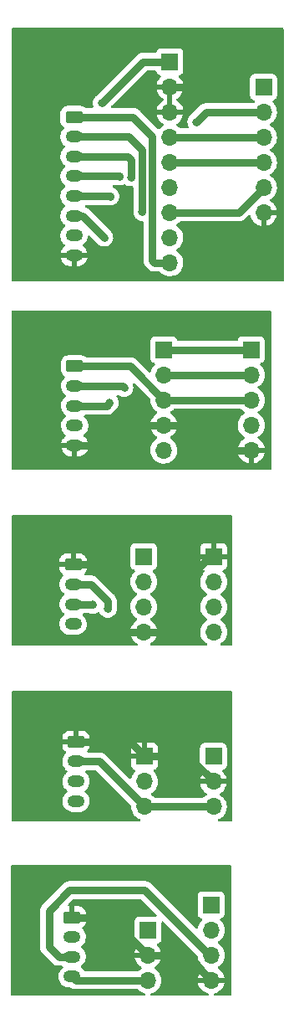
<source format=gbr>
%TF.GenerationSoftware,KiCad,Pcbnew,(6.0.1)*%
%TF.CreationDate,2022-11-29T19:46:15+01:00*%
%TF.ProjectId,ESPRocks,45535052-6f63-46b7-932e-6b696361645f,rev?*%
%TF.SameCoordinates,Original*%
%TF.FileFunction,Copper,L1,Top*%
%TF.FilePolarity,Positive*%
%FSLAX46Y46*%
G04 Gerber Fmt 4.6, Leading zero omitted, Abs format (unit mm)*
G04 Created by KiCad (PCBNEW (6.0.1)) date 2022-11-29 19:46:15*
%MOMM*%
%LPD*%
G01*
G04 APERTURE LIST*
G04 Aperture macros list*
%AMRoundRect*
0 Rectangle with rounded corners*
0 $1 Rounding radius*
0 $2 $3 $4 $5 $6 $7 $8 $9 X,Y pos of 4 corners*
0 Add a 4 corners polygon primitive as box body*
4,1,4,$2,$3,$4,$5,$6,$7,$8,$9,$2,$3,0*
0 Add four circle primitives for the rounded corners*
1,1,$1+$1,$2,$3*
1,1,$1+$1,$4,$5*
1,1,$1+$1,$6,$7*
1,1,$1+$1,$8,$9*
0 Add four rect primitives between the rounded corners*
20,1,$1+$1,$2,$3,$4,$5,0*
20,1,$1+$1,$4,$5,$6,$7,0*
20,1,$1+$1,$6,$7,$8,$9,0*
20,1,$1+$1,$8,$9,$2,$3,0*%
G04 Aperture macros list end*
%TA.AperFunction,ComponentPad*%
%ADD10R,1.700000X1.700000*%
%TD*%
%TA.AperFunction,ComponentPad*%
%ADD11O,1.700000X1.700000*%
%TD*%
%TA.AperFunction,ComponentPad*%
%ADD12O,1.750000X1.200000*%
%TD*%
%TA.AperFunction,ComponentPad*%
%ADD13RoundRect,0.250000X-0.625000X0.350000X-0.625000X-0.350000X0.625000X-0.350000X0.625000X0.350000X0*%
%TD*%
%TA.AperFunction,ViaPad*%
%ADD14C,0.800000*%
%TD*%
%TA.AperFunction,Conductor*%
%ADD15C,0.800000*%
%TD*%
G04 APERTURE END LIST*
D10*
%TO.P,CN14,1,Pin_1*%
%TO.N,/A_Ad_Vcc*%
X85801200Y-62382400D03*
D11*
%TO.P,CN14,2,Pin_2*%
%TO.N,/A_Ad_GND*%
X85801200Y-64922400D03*
%TO.P,CN14,3,Pin_3*%
X85801200Y-67462400D03*
%TO.P,CN14,4,Pin_4*%
%TO.N,/A_Ad_GPIO22*%
X85801200Y-70002400D03*
%TO.P,CN14,5,Pin_5*%
%TO.N,/A_Ad_GPIO21*%
X85801200Y-72542400D03*
%TO.P,CN14,6,Pin_6*%
%TO.N,/A_Ad_GPIO23{slash}SPI_MOSI*%
X85801200Y-75082400D03*
%TO.P,CN14,7,Pin_7*%
%TO.N,/A_Ad_GPIO18{slash}SPI_SCK*%
X85801200Y-77622400D03*
%TO.P,CN14,8,Pin_8*%
%TO.N,/A_Ad_GPIO5*%
X85801200Y-80162400D03*
%TO.P,CN14,9,Pin_9*%
%TO.N,/A_Ad_GPIO19{slash}SPI_MISO*%
X85801200Y-82702400D03*
%TD*%
D10*
%TO.P,CN3,1,Pin_1*%
%TO.N,/AD_DE_Vcc_3*%
X83591000Y-150179800D03*
D11*
%TO.P,CN3,2,Pin_2*%
%TO.N,/AD_DE_GND_3*%
X83591000Y-152719800D03*
%TO.P,CN3,3,Pin_3*%
%TO.N,Net-(CN1-Pad4)*%
X83591000Y-155259800D03*
%TD*%
D10*
%TO.P,CN2,1,Pin_1*%
%TO.N,/AD_DE_Vcc_3*%
X89991800Y-147634800D03*
D11*
%TO.P,CN2,2,Pin_2*%
%TO.N,Net-(CN1-Pad4)*%
X89991800Y-150174800D03*
%TO.P,CN2,3,Pin_3*%
%TO.N,Net-(CN1-Pad3)*%
X89991800Y-152714800D03*
%TO.P,CN2,4,Pin_4*%
%TO.N,/AD_DE_GND_3*%
X89991800Y-155254800D03*
%TD*%
D12*
%TO.P,CN1,4,Pin_4*%
%TO.N,Net-(CN1-Pad4)*%
X75906800Y-154892000D03*
%TO.P,CN1,3,Pin_3*%
%TO.N,Net-(CN1-Pad3)*%
X75906800Y-152892000D03*
%TO.P,CN1,2,Pin_2*%
%TO.N,/AD_DE_Vcc_3*%
X75906800Y-150892000D03*
D13*
%TO.P,CN1,1,Pin_1*%
%TO.N,/AD_DE_GND_3*%
X75906800Y-148892000D03*
%TD*%
%TO.P,CN11,1,Pin_1*%
%TO.N,/AD_C_GPIO12*%
X76161200Y-93180400D03*
D12*
%TO.P,CN11,2,Pin_2*%
%TO.N,/AD_C_GPIO14*%
X76161200Y-95180400D03*
%TO.P,CN11,3,Pin_3*%
%TO.N,/AD_C_GPIO27*%
X76161200Y-97180400D03*
%TO.P,CN11,4,Pin_4*%
%TO.N,/AD_C_Vcc*%
X76161200Y-99180400D03*
%TO.P,CN11,5,Pin_5*%
%TO.N,/AD_C_GND*%
X76161200Y-101180400D03*
%TD*%
D13*
%TO.P,CN13,1,Pin_1*%
%TO.N,/AD_DE_GND_1*%
X75997200Y-113230400D03*
D12*
%TO.P,CN13,2,Pin_2*%
%TO.N,/AD_DE_Vcc_1*%
X75997200Y-115230400D03*
%TO.P,CN13,3,Pin_3*%
%TO.N,Net-(CN13-Pad3)*%
X75997200Y-117230400D03*
%TO.P,CN13,4,Pin_4*%
%TO.N,Net-(CN13-Pad4)*%
X75997200Y-119230400D03*
%TD*%
D10*
%TO.P,CN17,1,Pin_1*%
%TO.N,/AD_C_GPIO27*%
X85191200Y-91495400D03*
D11*
%TO.P,CN17,2,Pin_2*%
%TO.N,/AD_C_GPIO14*%
X85191200Y-94035400D03*
%TO.P,CN17,3,Pin_3*%
%TO.N,/AD_C_GPIO12*%
X85191200Y-96575400D03*
%TO.P,CN17,4,Pin_4*%
%TO.N,/AD_C_GND*%
X85191200Y-99115400D03*
%TO.P,CN17,5,Pin_5*%
%TO.N,/AD_C_Vcc*%
X85191200Y-101655400D03*
%TD*%
D10*
%TO.P,CN21,1,Pin_1*%
%TO.N,Net-(CN12-Pad4)*%
X90221200Y-132628400D03*
D11*
%TO.P,CN21,2,Pin_2*%
%TO.N,/AD_DE_GND_2*%
X90221200Y-135168400D03*
%TO.P,CN21,3,Pin_3*%
%TO.N,/AD_DE_Vcc_2*%
X90221200Y-137708400D03*
%TD*%
D10*
%TO.P,CN16,1,Pin_1*%
%TO.N,/AD_C_GPIO27*%
X94056200Y-91495400D03*
D11*
%TO.P,CN16,2,Pin_2*%
%TO.N,/AD_C_GPIO14*%
X94056200Y-94035400D03*
%TO.P,CN16,3,Pin_3*%
%TO.N,/AD_C_GPIO12*%
X94056200Y-96575400D03*
%TO.P,CN16,4,Pin_4*%
%TO.N,/AD_C_Vcc*%
X94056200Y-99115400D03*
%TO.P,CN16,5,Pin_5*%
%TO.N,/AD_C_GND*%
X94056200Y-101655400D03*
%TD*%
D10*
%TO.P,CN19,1,Pin_1*%
%TO.N,/AD_DE_GND_1*%
X90246600Y-112420400D03*
D11*
%TO.P,CN19,2,Pin_2*%
%TO.N,Net-(CN13-Pad4)*%
X90246600Y-114960400D03*
%TO.P,CN19,3,Pin_3*%
%TO.N,Net-(CN13-Pad3)*%
X90246600Y-117500400D03*
%TO.P,CN19,4,Pin_4*%
%TO.N,/AD_DE_Vcc_1*%
X90246600Y-120040400D03*
%TD*%
D10*
%TO.P,CN20,1,Pin_1*%
%TO.N,/AD_DE_GND_2*%
X83236200Y-132613400D03*
D11*
%TO.P,CN20,2,Pin_2*%
%TO.N,Net-(CN12-Pad4)*%
X83236200Y-135153400D03*
%TO.P,CN20,3,Pin_3*%
%TO.N,/AD_DE_Vcc_2*%
X83236200Y-137693400D03*
%TD*%
D10*
%TO.P,CN18,1,Pin_1*%
%TO.N,Net-(CN13-Pad4)*%
X83159200Y-112410000D03*
D11*
%TO.P,CN18,2,Pin_2*%
%TO.N,Net-(CN13-Pad3)*%
X83159200Y-114950000D03*
%TO.P,CN18,3,Pin_3*%
%TO.N,/AD_DE_Vcc_1*%
X83159200Y-117490000D03*
%TO.P,CN18,4,Pin_4*%
%TO.N,/AD_DE_GND_1*%
X83159200Y-120030000D03*
%TD*%
D10*
%TO.P,CN15,1,Pin_1*%
%TO.N,/A_Ad_Vcc*%
X95301200Y-64947400D03*
D11*
%TO.P,CN15,2,Pin_2*%
%TO.N,/A_Ad_GPIO5*%
X95301200Y-67487400D03*
%TO.P,CN15,3,Pin_3*%
%TO.N,/A_Ad_GPIO22*%
X95301200Y-70027400D03*
%TO.P,CN15,4,Pin_4*%
%TO.N,/A_Ad_GPIO21*%
X95301200Y-72567400D03*
%TO.P,CN15,5,Pin_5*%
%TO.N,/A_Ad_GPIO18{slash}SPI_SCK*%
X95301200Y-75107400D03*
%TO.P,CN15,6,Pin_6*%
%TO.N,/A_Ad_GND*%
X95301200Y-77647400D03*
%TD*%
D13*
%TO.P,CN10,1,Pin_1*%
%TO.N,/A_Ad_GPIO19{slash}SPI_MISO*%
X76085000Y-67955400D03*
D12*
%TO.P,CN10,2,Pin_2*%
%TO.N,/A_Ad_GPIO18{slash}SPI_SCK*%
X76085000Y-69955400D03*
%TO.P,CN10,3,Pin_3*%
%TO.N,/A_Ad_GPIO23{slash}SPI_MOSI*%
X76085000Y-71955400D03*
%TO.P,CN10,4,Pin_4*%
%TO.N,/A_Ad_GPIO21*%
X76085000Y-73955400D03*
%TO.P,CN10,5,Pin_5*%
%TO.N,/A_Ad_GPIO22*%
X76085000Y-75955400D03*
%TO.P,CN10,6,Pin_6*%
%TO.N,/A_Ad_GPIO5*%
X76085000Y-77955400D03*
%TO.P,CN10,7,Pin_7*%
%TO.N,/A_Ad_Vcc*%
X76085000Y-79955400D03*
%TO.P,CN10,8,Pin_8*%
%TO.N,/A_Ad_GND*%
X76085000Y-81955400D03*
%TD*%
D13*
%TO.P,CN12,1,Pin_1*%
%TO.N,/AD_DE_GND_2*%
X76288200Y-131137400D03*
D12*
%TO.P,CN12,2,Pin_2*%
%TO.N,/AD_DE_Vcc_2*%
X76288200Y-133137400D03*
%TO.P,CN12,3,Pin_3*%
%TO.N,unconnected-(CN12-Pad3)*%
X76288200Y-135137400D03*
%TO.P,CN12,4,Pin_4*%
%TO.N,Net-(CN12-Pad4)*%
X76288200Y-137137400D03*
%TD*%
D14*
%TO.N,/A_Ad_GPIO5*%
X88493600Y-68478400D03*
X79146400Y-80162400D03*
%TO.N,/A_Ad_Vcc*%
X78892400Y-66548000D03*
%TO.N,Net-(CN13-Pad3)*%
X77986600Y-117297200D03*
%TO.N,/A_Ad_GPIO18{slash}SPI_SCK*%
X83015800Y-77571600D03*
%TO.N,/A_Ad_GPIO21*%
X80729800Y-73964800D03*
%TO.N,/A_Ad_GPIO22*%
X79764600Y-75996800D03*
%TO.N,/A_Ad_GPIO23{slash}SPI_MOSI*%
X81847400Y-74066400D03*
%TO.N,/A_Ad_GND*%
X90026200Y-65125600D03*
%TO.N,/AD_C_GPIO27*%
X79713800Y-96875600D03*
%TO.N,/AD_C_GPIO14*%
X81187000Y-95351600D03*
%TO.N,/AD_DE_Vcc_1*%
X79510600Y-117703600D03*
%TD*%
D15*
%TO.N,/A_Ad_GPIO5*%
X88493600Y-68478400D02*
X89484600Y-67487400D01*
X89484600Y-67487400D02*
X95301200Y-67487400D01*
X76939400Y-77955400D02*
X79146400Y-80162400D01*
X76085000Y-77955400D02*
X76939400Y-77955400D01*
%TO.N,Net-(CN1-Pad3)*%
X89824400Y-152714800D02*
X89991800Y-152714800D01*
X83261200Y-146151600D02*
X89824400Y-152714800D01*
X75641200Y-146151600D02*
X83261200Y-146151600D01*
X73558400Y-148234400D02*
X75641200Y-146151600D01*
X73558400Y-151892000D02*
X73558400Y-148234400D01*
X75906800Y-152892000D02*
X74558400Y-152892000D01*
X74558400Y-152892000D02*
X73558400Y-151892000D01*
%TO.N,/AD_DE_GND_3*%
X87456800Y-152719800D02*
X89991800Y-155254800D01*
X83591000Y-152719800D02*
X87456800Y-152719800D01*
X79763200Y-148892000D02*
X83591000Y-152719800D01*
X75906800Y-148892000D02*
X79763200Y-148892000D01*
%TO.N,Net-(CN1-Pad4)*%
X76274600Y-155259800D02*
X75906800Y-154892000D01*
X83591000Y-155259800D02*
X76274600Y-155259800D01*
%TO.N,/A_Ad_Vcc*%
X83058000Y-62382400D02*
X85801200Y-62382400D01*
X78892400Y-66548000D02*
X83058000Y-62382400D01*
%TO.N,Net-(CN13-Pad3)*%
X77919800Y-117230400D02*
X77986600Y-117297200D01*
X75997200Y-117230400D02*
X77919800Y-117230400D01*
%TO.N,/A_Ad_GPIO18{slash}SPI_SCK*%
X76085000Y-69955400D02*
X81648000Y-69955400D01*
X85801200Y-77622400D02*
X92786200Y-77622400D01*
X83015800Y-71323200D02*
X83015800Y-77571600D01*
X92786200Y-77622400D02*
X95301200Y-75107400D01*
X81648000Y-69955400D02*
X83015800Y-71323200D01*
%TO.N,/A_Ad_GPIO19{slash}SPI_MISO*%
X84285800Y-82702400D02*
X85801200Y-82702400D01*
X76085000Y-67955400D02*
X82086400Y-67955400D01*
X84031800Y-82448400D02*
X84285800Y-82702400D01*
X82086400Y-67955400D02*
X84031800Y-69900800D01*
X84031800Y-69900800D02*
X84031800Y-82448400D01*
%TO.N,/A_Ad_GPIO21*%
X95276200Y-72542400D02*
X95301200Y-72567400D01*
X80720400Y-73955400D02*
X80729800Y-73964800D01*
X76085000Y-73955400D02*
X80720400Y-73955400D01*
X85801200Y-72542400D02*
X95276200Y-72542400D01*
%TO.N,/A_Ad_GPIO22*%
X79723200Y-75955400D02*
X79764600Y-75996800D01*
X85801200Y-70002400D02*
X95276200Y-70002400D01*
X76085000Y-75955400D02*
X79723200Y-75955400D01*
X95276200Y-70002400D02*
X95301200Y-70027400D01*
%TO.N,/A_Ad_GPIO23{slash}SPI_MOSI*%
X76085000Y-71955400D02*
X81514400Y-71955400D01*
X81514400Y-71955400D02*
X81847400Y-72288400D01*
X81847400Y-72288400D02*
X81847400Y-74066400D01*
%TO.N,/A_Ad_GND*%
X89823000Y-64922400D02*
X90026200Y-65125600D01*
X85801200Y-64922400D02*
X89823000Y-64922400D01*
%TO.N,/AD_C_GPIO27*%
X85191200Y-91495400D02*
X94056200Y-91495400D01*
X79409000Y-97180400D02*
X79713800Y-96875600D01*
X76161200Y-97180400D02*
X79409000Y-97180400D01*
%TO.N,/AD_C_GPIO14*%
X76161200Y-95180400D02*
X81015800Y-95180400D01*
X81015800Y-95180400D02*
X81187000Y-95351600D01*
X85191200Y-94035400D02*
X94056200Y-94035400D01*
%TO.N,/AD_C_GPIO12*%
X85191200Y-96575400D02*
X94056200Y-96575400D01*
X81796200Y-93180400D02*
X85191200Y-96575400D01*
X76161200Y-93180400D02*
X81796200Y-93180400D01*
%TO.N,/AD_C_GND*%
X87440000Y-99115400D02*
X89980000Y-101655400D01*
X80082600Y-101180400D02*
X82147600Y-99115400D01*
X82147600Y-99115400D02*
X85191200Y-99115400D01*
X85191200Y-99115400D02*
X87440000Y-99115400D01*
X76161200Y-101180400D02*
X80082600Y-101180400D01*
X89980000Y-101655400D02*
X94056200Y-101655400D01*
%TO.N,/AD_DE_Vcc_2*%
X78680200Y-133137400D02*
X83236200Y-137693400D01*
X76288200Y-133137400D02*
X78680200Y-133137400D01*
X83236200Y-137693400D02*
X90206200Y-137693400D01*
X90206200Y-137693400D02*
X90221200Y-137708400D01*
%TO.N,/AD_DE_GND_2*%
X76288200Y-131137400D02*
X81760200Y-131137400D01*
X81760200Y-131137400D02*
X83236200Y-132613400D01*
X83236200Y-132613400D02*
X87666200Y-132613400D01*
X87666200Y-132613400D02*
X90221200Y-135168400D01*
%TO.N,/AD_DE_Vcc_1*%
X75997200Y-115230400D02*
X77799400Y-115230400D01*
X77799400Y-115230400D02*
X79256600Y-116687600D01*
X79510600Y-116941600D02*
X79510600Y-117703600D01*
X79256600Y-116687600D02*
X79510600Y-116941600D01*
%TO.N,/AD_DE_GND_1*%
X83159200Y-120030000D02*
X86887000Y-120030000D01*
X80780600Y-114503200D02*
X80780600Y-119583200D01*
X79507800Y-113230400D02*
X80780600Y-114503200D01*
X81227400Y-120030000D02*
X83159200Y-120030000D01*
X87740200Y-119176800D02*
X87740200Y-114655600D01*
X75997200Y-113230400D02*
X79507800Y-113230400D01*
X80780600Y-119583200D02*
X81227400Y-120030000D01*
X89873800Y-112420400D02*
X90246600Y-112420400D01*
X87740200Y-114655600D02*
X87689400Y-114604800D01*
X87689400Y-114604800D02*
X89873800Y-112420400D01*
X86887000Y-120030000D02*
X87740200Y-119176800D01*
%TD*%
%TA.AperFunction,Conductor*%
%TO.N,/AD_C_GND*%
G36*
X96005321Y-87548402D02*
G01*
X96051814Y-87602058D01*
X96063200Y-87654400D01*
X96063200Y-103531400D01*
X96043198Y-103599521D01*
X95989542Y-103646014D01*
X95937200Y-103657400D01*
X69900200Y-103657400D01*
X69832079Y-103637398D01*
X69785586Y-103583742D01*
X69774200Y-103531400D01*
X69774200Y-101447799D01*
X74810912Y-101447799D01*
X74832394Y-101536937D01*
X74836283Y-101548232D01*
X74918829Y-101729782D01*
X74924776Y-101740124D01*
X75040168Y-101902797D01*
X75047961Y-101911825D01*
X75192031Y-102049742D01*
X75201396Y-102057138D01*
X75368941Y-102165321D01*
X75379545Y-102170817D01*
X75564512Y-102245361D01*
X75575970Y-102248755D01*
X75773128Y-102287257D01*
X75781991Y-102288334D01*
X75784700Y-102288400D01*
X75889085Y-102288400D01*
X75904324Y-102283925D01*
X75905529Y-102282535D01*
X75907200Y-102274852D01*
X75907200Y-102270285D01*
X76415200Y-102270285D01*
X76419675Y-102285524D01*
X76421065Y-102286729D01*
X76428748Y-102288400D01*
X76486032Y-102288400D01*
X76492008Y-102288115D01*
X76640694Y-102273929D01*
X76652428Y-102271670D01*
X76843799Y-102215528D01*
X76854875Y-102211098D01*
X77032178Y-102119781D01*
X77042224Y-102113331D01*
X77199057Y-101990138D01*
X77207706Y-101981901D01*
X77338412Y-101831277D01*
X77345347Y-101821553D01*
X77445210Y-101648933D01*
X77450184Y-101638069D01*
X77455731Y-101622095D01*
X83828451Y-101622095D01*
X83828748Y-101627248D01*
X83828748Y-101627251D01*
X83834211Y-101721990D01*
X83841310Y-101845115D01*
X83842447Y-101850161D01*
X83842448Y-101850167D01*
X83856649Y-101913178D01*
X83890422Y-102063039D01*
X83974466Y-102270016D01*
X84091187Y-102460488D01*
X84237450Y-102629338D01*
X84409326Y-102772032D01*
X84602200Y-102884738D01*
X84810892Y-102964430D01*
X84815960Y-102965461D01*
X84815963Y-102965462D01*
X84911062Y-102984810D01*
X85029797Y-103008967D01*
X85034972Y-103009157D01*
X85034974Y-103009157D01*
X85247873Y-103016964D01*
X85247877Y-103016964D01*
X85253037Y-103017153D01*
X85258157Y-103016497D01*
X85258159Y-103016497D01*
X85469488Y-102989425D01*
X85469489Y-102989425D01*
X85474616Y-102988768D01*
X85479566Y-102987283D01*
X85683629Y-102926061D01*
X85683634Y-102926059D01*
X85688584Y-102924574D01*
X85889194Y-102826296D01*
X86071060Y-102696573D01*
X86229296Y-102538889D01*
X86288794Y-102456089D01*
X86356635Y-102361677D01*
X86359653Y-102357477D01*
X86393826Y-102288334D01*
X86456336Y-102161853D01*
X86456337Y-102161851D01*
X86458630Y-102157211D01*
X86509391Y-101990138D01*
X86522065Y-101948423D01*
X86522065Y-101948421D01*
X86523570Y-101943469D01*
X86526217Y-101923366D01*
X92724457Y-101923366D01*
X92754765Y-102057846D01*
X92757845Y-102067675D01*
X92837970Y-102265003D01*
X92842613Y-102274194D01*
X92953894Y-102455788D01*
X92959977Y-102464099D01*
X93099413Y-102625067D01*
X93106780Y-102632283D01*
X93270634Y-102768316D01*
X93279081Y-102774231D01*
X93462956Y-102881679D01*
X93472242Y-102886129D01*
X93671201Y-102962103D01*
X93681099Y-102964979D01*
X93784450Y-102986006D01*
X93798499Y-102984810D01*
X93802200Y-102974465D01*
X93802200Y-102973917D01*
X94310200Y-102973917D01*
X94314264Y-102987759D01*
X94327678Y-102989793D01*
X94334384Y-102988934D01*
X94344462Y-102986792D01*
X94548455Y-102925591D01*
X94558042Y-102921833D01*
X94749295Y-102828139D01*
X94758145Y-102822864D01*
X94931528Y-102699192D01*
X94939400Y-102692539D01*
X95090252Y-102542212D01*
X95096930Y-102534365D01*
X95221203Y-102361420D01*
X95226513Y-102352583D01*
X95320870Y-102161667D01*
X95324669Y-102152072D01*
X95386577Y-101948310D01*
X95388755Y-101938237D01*
X95390186Y-101927362D01*
X95387975Y-101913178D01*
X95374817Y-101909400D01*
X94328315Y-101909400D01*
X94313076Y-101913875D01*
X94311871Y-101915265D01*
X94310200Y-101922948D01*
X94310200Y-102973917D01*
X93802200Y-102973917D01*
X93802200Y-101927515D01*
X93797725Y-101912276D01*
X93796335Y-101911071D01*
X93788652Y-101909400D01*
X92739425Y-101909400D01*
X92725894Y-101913373D01*
X92724457Y-101923366D01*
X86526217Y-101923366D01*
X86552729Y-101721990D01*
X86554356Y-101655400D01*
X86536052Y-101432761D01*
X86481631Y-101216102D01*
X86392554Y-101011240D01*
X86271214Y-100823677D01*
X86120870Y-100658451D01*
X86116819Y-100655252D01*
X86116815Y-100655248D01*
X85949614Y-100523200D01*
X85949610Y-100523198D01*
X85945559Y-100519998D01*
X85903769Y-100496929D01*
X85853798Y-100446497D01*
X85839026Y-100377054D01*
X85864142Y-100310648D01*
X85891494Y-100284041D01*
X86066528Y-100159192D01*
X86074400Y-100152539D01*
X86225252Y-100002212D01*
X86231930Y-99994365D01*
X86356203Y-99821420D01*
X86361513Y-99812583D01*
X86455870Y-99621667D01*
X86459669Y-99612072D01*
X86521577Y-99408310D01*
X86523755Y-99398237D01*
X86525186Y-99387362D01*
X86522975Y-99373178D01*
X86509817Y-99369400D01*
X83874425Y-99369400D01*
X83860894Y-99373373D01*
X83859457Y-99383366D01*
X83889765Y-99517846D01*
X83892845Y-99527675D01*
X83972970Y-99725003D01*
X83977613Y-99734194D01*
X84088894Y-99915788D01*
X84094977Y-99924099D01*
X84234413Y-100085067D01*
X84241780Y-100092283D01*
X84405634Y-100228316D01*
X84414081Y-100234231D01*
X84483169Y-100274603D01*
X84531893Y-100326242D01*
X84544964Y-100396025D01*
X84518233Y-100461796D01*
X84477784Y-100495152D01*
X84464807Y-100501907D01*
X84460674Y-100505010D01*
X84460671Y-100505012D01*
X84306621Y-100620676D01*
X84286165Y-100636035D01*
X84131829Y-100797538D01*
X84128915Y-100801810D01*
X84128914Y-100801811D01*
X84121576Y-100812568D01*
X84005943Y-100982080D01*
X83911888Y-101184705D01*
X83852189Y-101399970D01*
X83828451Y-101622095D01*
X77455731Y-101622095D01*
X77515607Y-101449673D01*
X77515848Y-101448684D01*
X77514380Y-101438392D01*
X77500815Y-101434400D01*
X76433315Y-101434400D01*
X76418076Y-101438875D01*
X76416871Y-101440265D01*
X76415200Y-101447948D01*
X76415200Y-102270285D01*
X75907200Y-102270285D01*
X75907200Y-101452515D01*
X75902725Y-101437276D01*
X75901335Y-101436071D01*
X75893652Y-101434400D01*
X74825798Y-101434400D01*
X74812267Y-101438373D01*
X74810912Y-101447799D01*
X69774200Y-101447799D01*
X69774200Y-99126004D01*
X74773987Y-99126004D01*
X74783767Y-99337299D01*
X74785171Y-99343124D01*
X74785171Y-99343125D01*
X74829684Y-99527825D01*
X74833325Y-99542934D01*
X74835807Y-99548392D01*
X74835808Y-99548396D01*
X74879253Y-99643946D01*
X74920874Y-99735487D01*
X75043254Y-99908011D01*
X75196050Y-100054281D01*
X75201081Y-100057530D01*
X75201088Y-100057535D01*
X75228807Y-100075433D01*
X75275184Y-100129189D01*
X75285137Y-100199485D01*
X75255504Y-100264002D01*
X75238291Y-100280370D01*
X75123343Y-100370662D01*
X75114694Y-100378899D01*
X74983988Y-100529523D01*
X74977053Y-100539247D01*
X74877190Y-100711867D01*
X74872216Y-100722731D01*
X74806793Y-100911127D01*
X74806552Y-100912116D01*
X74808020Y-100922408D01*
X74821585Y-100926400D01*
X77496602Y-100926400D01*
X77510133Y-100922427D01*
X77511488Y-100913001D01*
X77490006Y-100823863D01*
X77486117Y-100812568D01*
X77403571Y-100631018D01*
X77397624Y-100620676D01*
X77282232Y-100458003D01*
X77274439Y-100448975D01*
X77130369Y-100311058D01*
X77121000Y-100303659D01*
X77093623Y-100285982D01*
X77047245Y-100232228D01*
X77037291Y-100161932D01*
X77066922Y-100097415D01*
X77084137Y-100081044D01*
X77199402Y-99990502D01*
X77204120Y-99986796D01*
X77208052Y-99982265D01*
X77208055Y-99982262D01*
X77338821Y-99831567D01*
X77342752Y-99827037D01*
X77345752Y-99821851D01*
X77345755Y-99821847D01*
X77445667Y-99649142D01*
X77448673Y-99643946D01*
X77518061Y-99444129D01*
X77523255Y-99408310D01*
X77547552Y-99240736D01*
X77547552Y-99240733D01*
X77548413Y-99234796D01*
X77538633Y-99023501D01*
X77498609Y-98857427D01*
X77490481Y-98823699D01*
X77490480Y-98823697D01*
X77489075Y-98817866D01*
X77445725Y-98722522D01*
X77434284Y-98697359D01*
X77401526Y-98625313D01*
X77279146Y-98452789D01*
X77126350Y-98306519D01*
X77128147Y-98304641D01*
X77093565Y-98255865D01*
X77090333Y-98184942D01*
X77125958Y-98123530D01*
X77189129Y-98091128D01*
X77212720Y-98088900D01*
X79327583Y-98088900D01*
X79347292Y-98090451D01*
X79361190Y-98092652D01*
X79367777Y-98092307D01*
X79367782Y-98092307D01*
X79429480Y-98089073D01*
X79436074Y-98088900D01*
X79456610Y-98088900D01*
X79459882Y-98088556D01*
X79459884Y-98088556D01*
X79477042Y-98086753D01*
X79483616Y-98086236D01*
X79545308Y-98083003D01*
X79545312Y-98083002D01*
X79551903Y-98082657D01*
X79558284Y-98080947D01*
X79558286Y-98080947D01*
X79565491Y-98079017D01*
X79584925Y-98075415D01*
X79592354Y-98074634D01*
X79592363Y-98074632D01*
X79598928Y-98073942D01*
X79663997Y-98052800D01*
X79670299Y-98050933D01*
X79736370Y-98033229D01*
X79748908Y-98026840D01*
X79767174Y-98019275D01*
X79774272Y-98016969D01*
X79774274Y-98016968D01*
X79780556Y-98014927D01*
X79839785Y-97980731D01*
X79845579Y-97977585D01*
X79845738Y-97977504D01*
X79906530Y-97946529D01*
X79917467Y-97937673D01*
X79933763Y-97926473D01*
X79940224Y-97922743D01*
X79940228Y-97922740D01*
X79945944Y-97919440D01*
X79950850Y-97915023D01*
X79950855Y-97915019D01*
X79996769Y-97873678D01*
X80001784Y-97869394D01*
X80015177Y-97858548D01*
X80017741Y-97856472D01*
X80032256Y-97841957D01*
X80037041Y-97837416D01*
X80082957Y-97796073D01*
X80087866Y-97791653D01*
X80096140Y-97780265D01*
X80108981Y-97765232D01*
X80298632Y-97575581D01*
X80313665Y-97562740D01*
X80319713Y-97558346D01*
X80319714Y-97558345D01*
X80325053Y-97554466D01*
X80370816Y-97503641D01*
X80375357Y-97498856D01*
X80389872Y-97484341D01*
X80402794Y-97468384D01*
X80407078Y-97463369D01*
X80448419Y-97417455D01*
X80448423Y-97417450D01*
X80452840Y-97412544D01*
X80456140Y-97406828D01*
X80456143Y-97406824D01*
X80459873Y-97400363D01*
X80471073Y-97384066D01*
X80475775Y-97378260D01*
X80475776Y-97378258D01*
X80479929Y-97373130D01*
X80510986Y-97312177D01*
X80514133Y-97306382D01*
X80545023Y-97252879D01*
X80545024Y-97252878D01*
X80548327Y-97247156D01*
X80552675Y-97233773D01*
X80560241Y-97215507D01*
X80563632Y-97208852D01*
X80566629Y-97202970D01*
X80570101Y-97190016D01*
X80584329Y-97136915D01*
X80586202Y-97130591D01*
X80603546Y-97077211D01*
X80607342Y-97065528D01*
X80608032Y-97058962D01*
X80608033Y-97058957D01*
X80608812Y-97051539D01*
X80612417Y-97032088D01*
X80614347Y-97024885D01*
X80616057Y-97018504D01*
X80619636Y-96950215D01*
X80620153Y-96943640D01*
X80626614Y-96882166D01*
X80626614Y-96882165D01*
X80627304Y-96875600D01*
X80625833Y-96861601D01*
X80625316Y-96841841D01*
X80625707Y-96834384D01*
X80625707Y-96834380D01*
X80626052Y-96827791D01*
X80615350Y-96760219D01*
X80614492Y-96753702D01*
X80608032Y-96692237D01*
X80607342Y-96685672D01*
X80602995Y-96672293D01*
X80598378Y-96653064D01*
X80597210Y-96645691D01*
X80596177Y-96639168D01*
X80571661Y-96575301D01*
X80569464Y-96569097D01*
X80560868Y-96542642D01*
X80548327Y-96504044D01*
X80541293Y-96491861D01*
X80532781Y-96474014D01*
X80530107Y-96467048D01*
X80530104Y-96467043D01*
X80527738Y-96460878D01*
X80490479Y-96403504D01*
X80487033Y-96397880D01*
X80456143Y-96344377D01*
X80452840Y-96338656D01*
X80443428Y-96328203D01*
X80431392Y-96312517D01*
X80427328Y-96306259D01*
X80427326Y-96306256D01*
X80423726Y-96300713D01*
X80419050Y-96296037D01*
X80417560Y-96294197D01*
X80390234Y-96228670D01*
X80402671Y-96158771D01*
X80450925Y-96106693D01*
X80515479Y-96088900D01*
X80609250Y-96088900D01*
X80677371Y-96108902D01*
X80679367Y-96110345D01*
X80684337Y-96113573D01*
X80689470Y-96117729D01*
X80700762Y-96123483D01*
X80702007Y-96124117D01*
X80718864Y-96134447D01*
X80724907Y-96138838D01*
X80724910Y-96138840D01*
X80730248Y-96142718D01*
X80736276Y-96145402D01*
X80736278Y-96145403D01*
X80792751Y-96170546D01*
X80798704Y-96173386D01*
X80853747Y-96201432D01*
X80853751Y-96201434D01*
X80859630Y-96204429D01*
X80866007Y-96206138D01*
X80866008Y-96206138D01*
X80873221Y-96208071D01*
X80891853Y-96214669D01*
X80898677Y-96217707D01*
X80904712Y-96220394D01*
X80971626Y-96234617D01*
X80978034Y-96236156D01*
X81037716Y-96252148D01*
X81037721Y-96252149D01*
X81044096Y-96253857D01*
X81057471Y-96254558D01*
X81058142Y-96254593D01*
X81077747Y-96257174D01*
X81085046Y-96258726D01*
X81085053Y-96258727D01*
X81091513Y-96260100D01*
X81159925Y-96260100D01*
X81166519Y-96260273D01*
X81228217Y-96263507D01*
X81228222Y-96263507D01*
X81234809Y-96263852D01*
X81248707Y-96261651D01*
X81268416Y-96260100D01*
X81282487Y-96260100D01*
X81296253Y-96257174D01*
X81349399Y-96245878D01*
X81355883Y-96244676D01*
X81409674Y-96236156D01*
X81423432Y-96233977D01*
X81436568Y-96228934D01*
X81455527Y-96223319D01*
X81462830Y-96221767D01*
X81462834Y-96221766D01*
X81469288Y-96220394D01*
X81531794Y-96192565D01*
X81537867Y-96190050D01*
X81595557Y-96167905D01*
X81595561Y-96167903D01*
X81601722Y-96165538D01*
X81613522Y-96157875D01*
X81630894Y-96148443D01*
X81637718Y-96145405D01*
X81637722Y-96145403D01*
X81643752Y-96142718D01*
X81674021Y-96120726D01*
X81699090Y-96102513D01*
X81704525Y-96098778D01*
X81756347Y-96065124D01*
X81756349Y-96065123D01*
X81761887Y-96061526D01*
X81771832Y-96051581D01*
X81786865Y-96038740D01*
X81792913Y-96034346D01*
X81792914Y-96034345D01*
X81798253Y-96030466D01*
X81844016Y-95979641D01*
X81848557Y-95974856D01*
X81896926Y-95926487D01*
X81904592Y-95914683D01*
X81916628Y-95898997D01*
X81921621Y-95893452D01*
X81921622Y-95893451D01*
X81926040Y-95888544D01*
X81960234Y-95829319D01*
X81963679Y-95823696D01*
X81997341Y-95771861D01*
X82000938Y-95766322D01*
X82003304Y-95760157D01*
X82003307Y-95760152D01*
X82005981Y-95753186D01*
X82014493Y-95735339D01*
X82017557Y-95730032D01*
X82021527Y-95723156D01*
X82042665Y-95658101D01*
X82044866Y-95651884D01*
X82067011Y-95594195D01*
X82069377Y-95588032D01*
X82071578Y-95574136D01*
X82076195Y-95554907D01*
X82078501Y-95547809D01*
X82080542Y-95541528D01*
X82087694Y-95473485D01*
X82088550Y-95466981D01*
X82099252Y-95399409D01*
X82098516Y-95385359D01*
X82099033Y-95365599D01*
X82099814Y-95358167D01*
X82099814Y-95358166D01*
X82100504Y-95351600D01*
X82097052Y-95318757D01*
X82093353Y-95283560D01*
X82092836Y-95276985D01*
X82089603Y-95215293D01*
X82089603Y-95215290D01*
X82089257Y-95208696D01*
X82085617Y-95195112D01*
X82082012Y-95175661D01*
X82081233Y-95168243D01*
X82081232Y-95168238D01*
X82080542Y-95161672D01*
X82059402Y-95096609D01*
X82057538Y-95090318D01*
X82046095Y-95047615D01*
X82047785Y-94976640D01*
X82087579Y-94917844D01*
X82152843Y-94889896D01*
X82222857Y-94901669D01*
X82256897Y-94925910D01*
X83791787Y-96460800D01*
X83825813Y-96523112D01*
X83828482Y-96542636D01*
X83841310Y-96765115D01*
X83842447Y-96770161D01*
X83842448Y-96770167D01*
X83858601Y-96841841D01*
X83890422Y-96983039D01*
X83974466Y-97190016D01*
X84091187Y-97380488D01*
X84237450Y-97549338D01*
X84409326Y-97692032D01*
X84482645Y-97734876D01*
X84483155Y-97735174D01*
X84531879Y-97786812D01*
X84544950Y-97856595D01*
X84518219Y-97922367D01*
X84477762Y-97955727D01*
X84469657Y-97959946D01*
X84460938Y-97965436D01*
X84290633Y-98093305D01*
X84282926Y-98100148D01*
X84135790Y-98254117D01*
X84129304Y-98262127D01*
X84009298Y-98438049D01*
X84004200Y-98447023D01*
X83914538Y-98640183D01*
X83910975Y-98649870D01*
X83855589Y-98849583D01*
X83857112Y-98858007D01*
X83869492Y-98861400D01*
X86509544Y-98861400D01*
X86523075Y-98857427D01*
X86524380Y-98848347D01*
X86482414Y-98681275D01*
X86479094Y-98671524D01*
X86394172Y-98476214D01*
X86389305Y-98467139D01*
X86273626Y-98288326D01*
X86267336Y-98280157D01*
X86124006Y-98122640D01*
X86116473Y-98115615D01*
X85949339Y-97983622D01*
X85940756Y-97977920D01*
X85903802Y-97957520D01*
X85853831Y-97907087D01*
X85839059Y-97837645D01*
X85864175Y-97771239D01*
X85891527Y-97744632D01*
X85914997Y-97727891D01*
X86071060Y-97616573D01*
X86167320Y-97520648D01*
X86229690Y-97486733D01*
X86256259Y-97483900D01*
X92988211Y-97483900D01*
X93056332Y-97503902D01*
X93083448Y-97527402D01*
X93099064Y-97545430D01*
X93099069Y-97545435D01*
X93102450Y-97549338D01*
X93274326Y-97692032D01*
X93344795Y-97733211D01*
X93347645Y-97734876D01*
X93396369Y-97786514D01*
X93409440Y-97856297D01*
X93382709Y-97922069D01*
X93342255Y-97955427D01*
X93329807Y-97961907D01*
X93325674Y-97965010D01*
X93325671Y-97965012D01*
X93155300Y-98092930D01*
X93151165Y-98096035D01*
X92996829Y-98257538D01*
X92993915Y-98261810D01*
X92993914Y-98261811D01*
X92963416Y-98306519D01*
X92870943Y-98442080D01*
X92776888Y-98644705D01*
X92717189Y-98859970D01*
X92693451Y-99082095D01*
X92693748Y-99087248D01*
X92693748Y-99087251D01*
X92702598Y-99240736D01*
X92706310Y-99305115D01*
X92707447Y-99310161D01*
X92707448Y-99310167D01*
X92712213Y-99331309D01*
X92755422Y-99523039D01*
X92839466Y-99730016D01*
X92956187Y-99920488D01*
X93102450Y-100089338D01*
X93274326Y-100232032D01*
X93329036Y-100264002D01*
X93348155Y-100275174D01*
X93396879Y-100326812D01*
X93409950Y-100396595D01*
X93383219Y-100462367D01*
X93342762Y-100495727D01*
X93334657Y-100499946D01*
X93325938Y-100505436D01*
X93155633Y-100633305D01*
X93147926Y-100640148D01*
X93000790Y-100794117D01*
X92994304Y-100802127D01*
X92874298Y-100978049D01*
X92869200Y-100987023D01*
X92779538Y-101180183D01*
X92775975Y-101189870D01*
X92720589Y-101389583D01*
X92722112Y-101398007D01*
X92734492Y-101401400D01*
X95374544Y-101401400D01*
X95388075Y-101397427D01*
X95389380Y-101388347D01*
X95347414Y-101221275D01*
X95344094Y-101211524D01*
X95259172Y-101016214D01*
X95254305Y-101007139D01*
X95138626Y-100828326D01*
X95132336Y-100820157D01*
X94989006Y-100662640D01*
X94981473Y-100655615D01*
X94814339Y-100523622D01*
X94805756Y-100517920D01*
X94768802Y-100497520D01*
X94718831Y-100447087D01*
X94704059Y-100377645D01*
X94729175Y-100311239D01*
X94756527Y-100284632D01*
X94807763Y-100248086D01*
X94936060Y-100156573D01*
X95094296Y-99998889D01*
X95153794Y-99916089D01*
X95221635Y-99821677D01*
X95224653Y-99817477D01*
X95262760Y-99740374D01*
X95321336Y-99621853D01*
X95321337Y-99621851D01*
X95323630Y-99617211D01*
X95388570Y-99403469D01*
X95417729Y-99181990D01*
X95417811Y-99178640D01*
X95419274Y-99118765D01*
X95419274Y-99118761D01*
X95419356Y-99115400D01*
X95401052Y-98892761D01*
X95346631Y-98676102D01*
X95257554Y-98471240D01*
X95150991Y-98306519D01*
X95139022Y-98288017D01*
X95139020Y-98288014D01*
X95136214Y-98283677D01*
X94985870Y-98118451D01*
X94981819Y-98115252D01*
X94981815Y-98115248D01*
X94814614Y-97983200D01*
X94814610Y-97983198D01*
X94810559Y-97979998D01*
X94769253Y-97957196D01*
X94719284Y-97906764D01*
X94704512Y-97837321D01*
X94729628Y-97770916D01*
X94756980Y-97744309D01*
X94800803Y-97713050D01*
X94936060Y-97616573D01*
X94977196Y-97575581D01*
X95054189Y-97498856D01*
X95094296Y-97458889D01*
X95142524Y-97391773D01*
X95221635Y-97281677D01*
X95224653Y-97277477D01*
X95239639Y-97247156D01*
X95321336Y-97081853D01*
X95321337Y-97081851D01*
X95323630Y-97077211D01*
X95374127Y-96911007D01*
X95387065Y-96868423D01*
X95387065Y-96868421D01*
X95388570Y-96863469D01*
X95417729Y-96641990D01*
X95419356Y-96575400D01*
X95401052Y-96352761D01*
X95346631Y-96136102D01*
X95257554Y-95931240D01*
X95136214Y-95743677D01*
X94985870Y-95578451D01*
X94981819Y-95575252D01*
X94981815Y-95575248D01*
X94814614Y-95443200D01*
X94814610Y-95443198D01*
X94810559Y-95439998D01*
X94769253Y-95417196D01*
X94719284Y-95366764D01*
X94704512Y-95297321D01*
X94729628Y-95230916D01*
X94756980Y-95204309D01*
X94825565Y-95155388D01*
X94936060Y-95076573D01*
X94965118Y-95047617D01*
X95049125Y-94963902D01*
X95094296Y-94918889D01*
X95115130Y-94889896D01*
X95221635Y-94741677D01*
X95224653Y-94737477D01*
X95234846Y-94716854D01*
X95321336Y-94541853D01*
X95321337Y-94541851D01*
X95323630Y-94537211D01*
X95374341Y-94370301D01*
X95387065Y-94328423D01*
X95387065Y-94328421D01*
X95388570Y-94323469D01*
X95417729Y-94101990D01*
X95419356Y-94035400D01*
X95401052Y-93812761D01*
X95346631Y-93596102D01*
X95257554Y-93391240D01*
X95136214Y-93203677D01*
X95132732Y-93199850D01*
X94988998Y-93041888D01*
X94957946Y-92978042D01*
X94966341Y-92907543D01*
X95011517Y-92852775D01*
X95037961Y-92839106D01*
X95144497Y-92799167D01*
X95152905Y-92796015D01*
X95269461Y-92708661D01*
X95356815Y-92592105D01*
X95407945Y-92455716D01*
X95414700Y-92393534D01*
X95414700Y-90597266D01*
X95407945Y-90535084D01*
X95356815Y-90398695D01*
X95269461Y-90282139D01*
X95152905Y-90194785D01*
X95016516Y-90143655D01*
X94954334Y-90136900D01*
X93158066Y-90136900D01*
X93095884Y-90143655D01*
X92959495Y-90194785D01*
X92842939Y-90282139D01*
X92755585Y-90398695D01*
X92752433Y-90407103D01*
X92715684Y-90505130D01*
X92673042Y-90561894D01*
X92606481Y-90586594D01*
X92597702Y-90586900D01*
X86649698Y-90586900D01*
X86581577Y-90566898D01*
X86535084Y-90513242D01*
X86531716Y-90505130D01*
X86494967Y-90407103D01*
X86491815Y-90398695D01*
X86404461Y-90282139D01*
X86287905Y-90194785D01*
X86151516Y-90143655D01*
X86089334Y-90136900D01*
X84293066Y-90136900D01*
X84230884Y-90143655D01*
X84094495Y-90194785D01*
X83977939Y-90282139D01*
X83890585Y-90398695D01*
X83839455Y-90535084D01*
X83832700Y-90597266D01*
X83832700Y-92393534D01*
X83839455Y-92455716D01*
X83890585Y-92592105D01*
X83977939Y-92708661D01*
X84094495Y-92796015D01*
X84102904Y-92799167D01*
X84102905Y-92799168D01*
X84211651Y-92839935D01*
X84268416Y-92882576D01*
X84293116Y-92949138D01*
X84277909Y-93018487D01*
X84258516Y-93044968D01*
X84219592Y-93085700D01*
X84131829Y-93177538D01*
X84005943Y-93362080D01*
X83911888Y-93564705D01*
X83879994Y-93679708D01*
X83872669Y-93706122D01*
X83835190Y-93766419D01*
X83771061Y-93796882D01*
X83700643Y-93787838D01*
X83662157Y-93761544D01*
X82496181Y-92595568D01*
X82483340Y-92580535D01*
X82478946Y-92574487D01*
X82478945Y-92574486D01*
X82475066Y-92569147D01*
X82424241Y-92523384D01*
X82419456Y-92518843D01*
X82404941Y-92504328D01*
X82397482Y-92498288D01*
X82388984Y-92491406D01*
X82383969Y-92487122D01*
X82338055Y-92445781D01*
X82338050Y-92445777D01*
X82333144Y-92441360D01*
X82327428Y-92438060D01*
X82327424Y-92438057D01*
X82320963Y-92434327D01*
X82304666Y-92423127D01*
X82298860Y-92418425D01*
X82298858Y-92418424D01*
X82293730Y-92414271D01*
X82232777Y-92383214D01*
X82226982Y-92380067D01*
X82173479Y-92349177D01*
X82173478Y-92349176D01*
X82167756Y-92345873D01*
X82161474Y-92343832D01*
X82161472Y-92343831D01*
X82154374Y-92341525D01*
X82136107Y-92333959D01*
X82123570Y-92327571D01*
X82057499Y-92309867D01*
X82051197Y-92308000D01*
X81986128Y-92286858D01*
X81979563Y-92286168D01*
X81979554Y-92286166D01*
X81972125Y-92285385D01*
X81952691Y-92281783D01*
X81945486Y-92279853D01*
X81945484Y-92279853D01*
X81939103Y-92278143D01*
X81932512Y-92277798D01*
X81932508Y-92277797D01*
X81870816Y-92274564D01*
X81864242Y-92274047D01*
X81847084Y-92272244D01*
X81847082Y-92272244D01*
X81843810Y-92271900D01*
X81823274Y-92271900D01*
X81816680Y-92271727D01*
X81754982Y-92268493D01*
X81754977Y-92268493D01*
X81748390Y-92268148D01*
X81734492Y-92270349D01*
X81714783Y-92271900D01*
X77352506Y-92271900D01*
X77284385Y-92251898D01*
X77270498Y-92240717D01*
X77270429Y-92240804D01*
X77264683Y-92236266D01*
X77259503Y-92231095D01*
X77253272Y-92227254D01*
X77115168Y-92142125D01*
X77115166Y-92142124D01*
X77108938Y-92138285D01*
X76948454Y-92085055D01*
X76947589Y-92084768D01*
X76947587Y-92084768D01*
X76941061Y-92082603D01*
X76934225Y-92081903D01*
X76934222Y-92081902D01*
X76891169Y-92077491D01*
X76836600Y-92071900D01*
X75485800Y-92071900D01*
X75482554Y-92072237D01*
X75482550Y-92072237D01*
X75386892Y-92082162D01*
X75386888Y-92082163D01*
X75380034Y-92082874D01*
X75373498Y-92085055D01*
X75373496Y-92085055D01*
X75241394Y-92129128D01*
X75212254Y-92138850D01*
X75061852Y-92231922D01*
X74936895Y-92357097D01*
X74933055Y-92363327D01*
X74933054Y-92363328D01*
X74880948Y-92447860D01*
X74844085Y-92507662D01*
X74788403Y-92675539D01*
X74777700Y-92780000D01*
X74777700Y-93580800D01*
X74778037Y-93584046D01*
X74778037Y-93584050D01*
X74779288Y-93596102D01*
X74788674Y-93686566D01*
X74844650Y-93854346D01*
X74937722Y-94004748D01*
X75062897Y-94129705D01*
X75069127Y-94133545D01*
X75069128Y-94133546D01*
X75114436Y-94161474D01*
X75161929Y-94214246D01*
X75173353Y-94284318D01*
X75145079Y-94349442D01*
X75126155Y-94367818D01*
X75118280Y-94374004D01*
X75114348Y-94378535D01*
X75114345Y-94378538D01*
X75083338Y-94414271D01*
X74979648Y-94533763D01*
X74976648Y-94538949D01*
X74976645Y-94538953D01*
X74947952Y-94588551D01*
X74873727Y-94716854D01*
X74804339Y-94916671D01*
X74803478Y-94922606D01*
X74803478Y-94922608D01*
X74781683Y-95072929D01*
X74773987Y-95126004D01*
X74783767Y-95337299D01*
X74785171Y-95343124D01*
X74785171Y-95343125D01*
X74815015Y-95466957D01*
X74833325Y-95542934D01*
X74835807Y-95548392D01*
X74835808Y-95548396D01*
X74850864Y-95581509D01*
X74920874Y-95735487D01*
X75014531Y-95867520D01*
X75032927Y-95893452D01*
X75043254Y-95908011D01*
X75196050Y-96054281D01*
X75201088Y-96057534D01*
X75228363Y-96075146D01*
X75274740Y-96128901D01*
X75284693Y-96199197D01*
X75255061Y-96263714D01*
X75237849Y-96280081D01*
X75118280Y-96374004D01*
X75114348Y-96378535D01*
X75114345Y-96378538D01*
X75005437Y-96504044D01*
X74979648Y-96533763D01*
X74976648Y-96538949D01*
X74976645Y-96538953D01*
X74904965Y-96662857D01*
X74873727Y-96716854D01*
X74804339Y-96916671D01*
X74803478Y-96922606D01*
X74803478Y-96922608D01*
X74780389Y-97081853D01*
X74773987Y-97126004D01*
X74783767Y-97337299D01*
X74785171Y-97343124D01*
X74785171Y-97343125D01*
X74819781Y-97486733D01*
X74833325Y-97542934D01*
X74835807Y-97548392D01*
X74835808Y-97548396D01*
X74865150Y-97612929D01*
X74920874Y-97735487D01*
X75043254Y-97908011D01*
X75196050Y-98054281D01*
X75201088Y-98057534D01*
X75228363Y-98075146D01*
X75274740Y-98128901D01*
X75284693Y-98199197D01*
X75255061Y-98263714D01*
X75237849Y-98280081D01*
X75118280Y-98374004D01*
X75114348Y-98378535D01*
X75114345Y-98378538D01*
X74995754Y-98515202D01*
X74979648Y-98533763D01*
X74976648Y-98538949D01*
X74976645Y-98538953D01*
X74929512Y-98620426D01*
X74873727Y-98716854D01*
X74804339Y-98916671D01*
X74803478Y-98922606D01*
X74803478Y-98922608D01*
X74775037Y-99118765D01*
X74773987Y-99126004D01*
X69774200Y-99126004D01*
X69774200Y-87654400D01*
X69794202Y-87586279D01*
X69847858Y-87539786D01*
X69900200Y-87528400D01*
X95937200Y-87528400D01*
X96005321Y-87548402D01*
G37*
%TD.AperFunction*%
%TD*%
%TA.AperFunction,Conductor*%
%TO.N,/AD_DE_GND_2*%
G36*
X92068321Y-126029402D02*
G01*
X92114814Y-126083058D01*
X92126200Y-126135400D01*
X92126200Y-139091400D01*
X92106198Y-139159521D01*
X92052542Y-139206014D01*
X92000200Y-139217400D01*
X90772294Y-139217400D01*
X90704173Y-139197398D01*
X90657680Y-139143742D01*
X90647576Y-139073468D01*
X90677070Y-139008888D01*
X90719303Y-138979042D01*
X90718584Y-138977574D01*
X90830518Y-138922738D01*
X90919194Y-138879296D01*
X91101060Y-138749573D01*
X91259296Y-138591889D01*
X91389653Y-138410477D01*
X91438116Y-138312420D01*
X91486336Y-138214853D01*
X91486337Y-138214851D01*
X91488630Y-138210211D01*
X91553570Y-137996469D01*
X91582729Y-137774990D01*
X91584356Y-137708400D01*
X91566052Y-137485761D01*
X91511631Y-137269102D01*
X91422554Y-137064240D01*
X91368381Y-136980501D01*
X91304022Y-136881017D01*
X91304020Y-136881014D01*
X91301214Y-136876677D01*
X91150870Y-136711451D01*
X91146819Y-136708252D01*
X91146815Y-136708248D01*
X90979614Y-136576200D01*
X90979610Y-136576198D01*
X90975559Y-136572998D01*
X90933769Y-136549929D01*
X90883798Y-136499497D01*
X90869026Y-136430054D01*
X90894142Y-136363648D01*
X90921494Y-136337041D01*
X91096528Y-136212192D01*
X91104400Y-136205539D01*
X91255252Y-136055212D01*
X91261930Y-136047365D01*
X91386203Y-135874420D01*
X91391513Y-135865583D01*
X91485870Y-135674667D01*
X91489669Y-135665072D01*
X91551577Y-135461310D01*
X91553755Y-135451237D01*
X91555186Y-135440362D01*
X91552975Y-135426178D01*
X91539817Y-135422400D01*
X88904425Y-135422400D01*
X88890894Y-135426373D01*
X88889457Y-135436366D01*
X88919765Y-135570846D01*
X88922845Y-135580675D01*
X89002970Y-135778003D01*
X89007613Y-135787194D01*
X89118894Y-135968788D01*
X89124977Y-135977099D01*
X89264413Y-136138067D01*
X89271780Y-136145283D01*
X89435634Y-136281316D01*
X89444081Y-136287231D01*
X89513169Y-136327603D01*
X89561893Y-136379242D01*
X89574964Y-136449025D01*
X89548233Y-136514796D01*
X89507784Y-136548152D01*
X89494807Y-136554907D01*
X89490674Y-136558010D01*
X89490671Y-136558012D01*
X89336384Y-136673854D01*
X89316165Y-136689035D01*
X89312593Y-136692773D01*
X89261775Y-136745951D01*
X89200251Y-136781381D01*
X89170681Y-136784900D01*
X84302056Y-136784900D01*
X84233935Y-136764898D01*
X84208862Y-136743699D01*
X84169348Y-136700273D01*
X84169346Y-136700271D01*
X84165870Y-136696451D01*
X84102800Y-136646641D01*
X83994614Y-136561200D01*
X83994610Y-136561198D01*
X83990559Y-136557998D01*
X83949253Y-136535196D01*
X83899284Y-136484764D01*
X83884512Y-136415321D01*
X83909628Y-136348916D01*
X83936980Y-136322309D01*
X83980803Y-136291050D01*
X84116060Y-136194573D01*
X84274296Y-136036889D01*
X84404653Y-135855477D01*
X84438401Y-135787194D01*
X84501336Y-135659853D01*
X84501337Y-135659851D01*
X84503630Y-135655211D01*
X84568570Y-135441469D01*
X84597729Y-135219990D01*
X84598418Y-135191796D01*
X84599274Y-135156765D01*
X84599274Y-135156761D01*
X84599356Y-135153400D01*
X84581052Y-134930761D01*
X84526631Y-134714102D01*
X84437554Y-134509240D01*
X84322248Y-134331004D01*
X84319022Y-134326017D01*
X84319020Y-134326014D01*
X84316214Y-134321677D01*
X84312740Y-134317859D01*
X84312733Y-134317850D01*
X84168635Y-134159488D01*
X84137583Y-134095642D01*
X84145979Y-134025144D01*
X84191156Y-133970376D01*
X84217600Y-133956707D01*
X84324252Y-133916725D01*
X84339849Y-133908186D01*
X84441924Y-133831685D01*
X84454485Y-133819124D01*
X84530986Y-133717049D01*
X84539524Y-133701454D01*
X84584678Y-133581006D01*
X84588305Y-133565751D01*
X84592566Y-133526534D01*
X88862700Y-133526534D01*
X88869455Y-133588716D01*
X88920585Y-133725105D01*
X89007939Y-133841661D01*
X89124495Y-133929015D01*
X89132904Y-133932167D01*
X89132905Y-133932168D01*
X89242160Y-133973126D01*
X89298925Y-134015767D01*
X89323625Y-134082329D01*
X89308418Y-134151678D01*
X89289025Y-134178159D01*
X89165790Y-134307117D01*
X89159304Y-134315127D01*
X89039298Y-134491049D01*
X89034200Y-134500023D01*
X88944538Y-134693183D01*
X88940975Y-134702870D01*
X88885589Y-134902583D01*
X88887112Y-134911007D01*
X88899492Y-134914400D01*
X91539544Y-134914400D01*
X91553075Y-134910427D01*
X91554380Y-134901347D01*
X91512414Y-134734275D01*
X91509094Y-134724524D01*
X91424172Y-134529214D01*
X91419305Y-134520139D01*
X91303626Y-134341326D01*
X91297336Y-134333157D01*
X91153493Y-134175077D01*
X91122441Y-134111231D01*
X91130835Y-134040733D01*
X91176012Y-133985964D01*
X91202456Y-133972295D01*
X91309497Y-133932167D01*
X91317905Y-133929015D01*
X91434461Y-133841661D01*
X91521815Y-133725105D01*
X91572945Y-133588716D01*
X91579700Y-133526534D01*
X91579700Y-131730266D01*
X91572945Y-131668084D01*
X91521815Y-131531695D01*
X91434461Y-131415139D01*
X91317905Y-131327785D01*
X91181516Y-131276655D01*
X91119334Y-131269900D01*
X89323066Y-131269900D01*
X89260884Y-131276655D01*
X89124495Y-131327785D01*
X89007939Y-131415139D01*
X88920585Y-131531695D01*
X88869455Y-131668084D01*
X88862700Y-131730266D01*
X88862700Y-133526534D01*
X84592566Y-133526534D01*
X84593831Y-133514886D01*
X84594200Y-133508072D01*
X84594200Y-132885515D01*
X84589725Y-132870276D01*
X84588335Y-132869071D01*
X84580652Y-132867400D01*
X81896316Y-132867400D01*
X81881077Y-132871875D01*
X81879872Y-132873265D01*
X81878201Y-132880948D01*
X81878201Y-133508069D01*
X81878571Y-133514890D01*
X81884095Y-133565752D01*
X81887721Y-133581004D01*
X81932876Y-133701454D01*
X81941414Y-133717049D01*
X82017915Y-133819124D01*
X82030476Y-133831685D01*
X82132551Y-133908186D01*
X82148146Y-133916724D01*
X82257027Y-133957542D01*
X82313791Y-134000184D01*
X82338491Y-134066745D01*
X82323283Y-134136094D01*
X82303891Y-134162575D01*
X82232690Y-134237083D01*
X82176829Y-134295538D01*
X82173915Y-134299810D01*
X82173914Y-134299811D01*
X82101718Y-134405647D01*
X82050943Y-134480080D01*
X81956888Y-134682705D01*
X81932844Y-134769404D01*
X81917669Y-134824122D01*
X81880190Y-134884419D01*
X81816061Y-134914882D01*
X81745643Y-134905838D01*
X81707157Y-134879544D01*
X79380181Y-132552568D01*
X79367340Y-132537535D01*
X79362946Y-132531487D01*
X79362945Y-132531486D01*
X79359066Y-132526147D01*
X79308241Y-132480384D01*
X79303456Y-132475843D01*
X79288941Y-132461328D01*
X79281482Y-132455288D01*
X79272984Y-132448406D01*
X79267969Y-132444122D01*
X79222055Y-132402781D01*
X79222050Y-132402777D01*
X79217144Y-132398360D01*
X79211428Y-132395060D01*
X79211424Y-132395057D01*
X79204963Y-132391327D01*
X79188666Y-132380127D01*
X79182860Y-132375425D01*
X79182858Y-132375424D01*
X79177730Y-132371271D01*
X79118879Y-132341285D01*
X81878200Y-132341285D01*
X81882675Y-132356524D01*
X81884065Y-132357729D01*
X81891748Y-132359400D01*
X82964085Y-132359400D01*
X82979324Y-132354925D01*
X82980529Y-132353535D01*
X82982200Y-132345852D01*
X82982200Y-132341285D01*
X83490200Y-132341285D01*
X83494675Y-132356524D01*
X83496065Y-132357729D01*
X83503748Y-132359400D01*
X84576084Y-132359400D01*
X84591323Y-132354925D01*
X84592528Y-132353535D01*
X84594199Y-132345852D01*
X84594199Y-131718731D01*
X84593829Y-131711910D01*
X84588305Y-131661048D01*
X84584679Y-131645796D01*
X84539524Y-131525346D01*
X84530986Y-131509751D01*
X84454485Y-131407676D01*
X84441924Y-131395115D01*
X84339849Y-131318614D01*
X84324254Y-131310076D01*
X84203806Y-131264922D01*
X84188551Y-131261295D01*
X84137686Y-131255769D01*
X84130872Y-131255400D01*
X83508315Y-131255400D01*
X83493076Y-131259875D01*
X83491871Y-131261265D01*
X83490200Y-131268948D01*
X83490200Y-132341285D01*
X82982200Y-132341285D01*
X82982200Y-131273516D01*
X82977725Y-131258277D01*
X82976335Y-131257072D01*
X82968652Y-131255401D01*
X82341531Y-131255401D01*
X82334710Y-131255771D01*
X82283848Y-131261295D01*
X82268596Y-131264921D01*
X82148146Y-131310076D01*
X82132551Y-131318614D01*
X82030476Y-131395115D01*
X82017915Y-131407676D01*
X81941414Y-131509751D01*
X81932876Y-131525346D01*
X81887722Y-131645794D01*
X81884095Y-131661049D01*
X81878569Y-131711914D01*
X81878200Y-131718728D01*
X81878200Y-132341285D01*
X79118879Y-132341285D01*
X79116777Y-132340214D01*
X79110982Y-132337067D01*
X79057479Y-132306177D01*
X79057478Y-132306176D01*
X79051756Y-132302873D01*
X79045474Y-132300832D01*
X79045472Y-132300831D01*
X79038374Y-132298525D01*
X79020107Y-132290959D01*
X79007570Y-132284571D01*
X78941499Y-132266867D01*
X78935197Y-132265000D01*
X78870128Y-132243858D01*
X78863563Y-132243168D01*
X78863554Y-132243166D01*
X78856125Y-132242385D01*
X78836691Y-132238783D01*
X78829486Y-132236853D01*
X78829484Y-132236853D01*
X78823103Y-132235143D01*
X78816512Y-132234798D01*
X78816508Y-132234797D01*
X78754816Y-132231564D01*
X78748242Y-132231047D01*
X78731084Y-132229244D01*
X78731082Y-132229244D01*
X78727810Y-132228900D01*
X78707274Y-132228900D01*
X78700680Y-132228727D01*
X78638982Y-132225493D01*
X78638977Y-132225493D01*
X78632390Y-132225148D01*
X78618492Y-132227349D01*
X78598783Y-132228900D01*
X77547885Y-132228900D01*
X77479764Y-132208898D01*
X77433271Y-132155242D01*
X77423167Y-132084968D01*
X77452661Y-132020388D01*
X77458712Y-132013882D01*
X77506939Y-131965571D01*
X77515951Y-131954160D01*
X77601016Y-131816157D01*
X77607163Y-131802976D01*
X77658338Y-131648690D01*
X77661205Y-131635314D01*
X77670872Y-131540962D01*
X77671200Y-131534546D01*
X77671200Y-131409515D01*
X77666725Y-131394276D01*
X77665335Y-131393071D01*
X77657652Y-131391400D01*
X74923316Y-131391400D01*
X74908077Y-131395875D01*
X74906872Y-131397265D01*
X74905201Y-131404948D01*
X74905201Y-131534495D01*
X74905538Y-131541014D01*
X74915457Y-131636606D01*
X74918349Y-131650000D01*
X74969788Y-131804184D01*
X74975961Y-131817362D01*
X75061263Y-131955207D01*
X75070299Y-131966608D01*
X75185029Y-132081139D01*
X75196440Y-132090151D01*
X75241855Y-132118145D01*
X75289348Y-132170917D01*
X75300772Y-132240989D01*
X75272498Y-132306113D01*
X75253575Y-132324488D01*
X75245280Y-132331004D01*
X75241348Y-132335535D01*
X75241345Y-132335538D01*
X75133992Y-132459252D01*
X75106648Y-132490763D01*
X75103648Y-132495949D01*
X75103645Y-132495953D01*
X75074952Y-132545551D01*
X75000727Y-132673854D01*
X74931339Y-132873671D01*
X74900987Y-133083004D01*
X74910767Y-133294299D01*
X74960325Y-133499934D01*
X74962807Y-133505392D01*
X74962808Y-133505396D01*
X74972419Y-133526534D01*
X75047874Y-133692487D01*
X75065297Y-133717049D01*
X75148598Y-133834481D01*
X75170254Y-133865011D01*
X75215355Y-133908186D01*
X75311169Y-133999907D01*
X75323050Y-134011281D01*
X75328088Y-134014534D01*
X75355363Y-134032146D01*
X75401740Y-134085901D01*
X75411693Y-134156197D01*
X75382061Y-134220714D01*
X75364849Y-134237081D01*
X75245280Y-134331004D01*
X75241348Y-134335535D01*
X75241345Y-134335538D01*
X75172674Y-134414675D01*
X75106648Y-134490763D01*
X75103648Y-134495949D01*
X75103645Y-134495953D01*
X75084403Y-134529214D01*
X75000727Y-134673854D01*
X74931339Y-134873671D01*
X74930478Y-134879606D01*
X74930478Y-134879608D01*
X74925364Y-134914882D01*
X74900987Y-135083004D01*
X74910767Y-135294299D01*
X74912171Y-135300124D01*
X74912171Y-135300125D01*
X74951017Y-135461310D01*
X74960325Y-135499934D01*
X74962807Y-135505392D01*
X74962808Y-135505396D01*
X75006253Y-135600946D01*
X75047874Y-135692487D01*
X75170254Y-135865011D01*
X75323050Y-136011281D01*
X75328088Y-136014534D01*
X75355363Y-136032146D01*
X75401740Y-136085901D01*
X75411693Y-136156197D01*
X75382061Y-136220714D01*
X75364849Y-136237081D01*
X75245280Y-136331004D01*
X75241348Y-136335535D01*
X75241345Y-136335538D01*
X75142866Y-136449025D01*
X75106648Y-136490763D01*
X75103648Y-136495949D01*
X75103645Y-136495953D01*
X75067743Y-136558012D01*
X75000727Y-136673854D01*
X74931339Y-136873671D01*
X74930478Y-136879606D01*
X74930478Y-136879608D01*
X74903708Y-137064240D01*
X74900987Y-137083004D01*
X74910767Y-137294299D01*
X74912171Y-137300124D01*
X74912171Y-137300125D01*
X74955700Y-137480742D01*
X74960325Y-137499934D01*
X74962807Y-137505392D01*
X74962808Y-137505396D01*
X75006253Y-137600946D01*
X75047874Y-137692487D01*
X75170254Y-137865011D01*
X75323050Y-138011281D01*
X75500748Y-138126020D01*
X75506314Y-138128263D01*
X75691368Y-138202842D01*
X75691371Y-138202843D01*
X75696937Y-138205086D01*
X75904537Y-138245628D01*
X75910099Y-138245900D01*
X76616046Y-138245900D01*
X76773766Y-138230852D01*
X76976734Y-138171308D01*
X77060311Y-138128263D01*
X77159449Y-138077204D01*
X77159452Y-138077202D01*
X77164780Y-138074458D01*
X77331120Y-137943796D01*
X77335052Y-137939265D01*
X77335055Y-137939262D01*
X77465821Y-137788567D01*
X77469752Y-137784037D01*
X77472752Y-137778851D01*
X77472755Y-137778847D01*
X77572667Y-137606142D01*
X77575673Y-137600946D01*
X77645061Y-137401129D01*
X77675413Y-137191796D01*
X77665633Y-136980501D01*
X77616075Y-136774866D01*
X77585786Y-136708248D01*
X77531006Y-136587768D01*
X77528526Y-136582313D01*
X77406146Y-136409789D01*
X77253350Y-136263519D01*
X77247455Y-136259712D01*
X77221037Y-136242654D01*
X77174660Y-136188899D01*
X77164707Y-136118603D01*
X77194339Y-136054086D01*
X77211553Y-136037717D01*
X77218646Y-136032146D01*
X77331120Y-135943796D01*
X77335052Y-135939265D01*
X77335055Y-135939262D01*
X77465821Y-135788567D01*
X77469752Y-135784037D01*
X77472752Y-135778851D01*
X77472755Y-135778847D01*
X77572667Y-135606142D01*
X77575673Y-135600946D01*
X77645061Y-135401129D01*
X77675413Y-135191796D01*
X77665633Y-134980501D01*
X77616075Y-134774866D01*
X77597620Y-134734275D01*
X77531006Y-134587768D01*
X77528526Y-134582313D01*
X77406146Y-134409789D01*
X77253350Y-134263519D01*
X77255147Y-134261641D01*
X77220565Y-134212865D01*
X77217333Y-134141942D01*
X77252958Y-134080530D01*
X77316129Y-134048128D01*
X77339720Y-134045900D01*
X78251697Y-134045900D01*
X78319818Y-134065902D01*
X78340792Y-134082805D01*
X81836787Y-137578800D01*
X81870813Y-137641112D01*
X81873482Y-137660636D01*
X81886310Y-137883115D01*
X81887447Y-137888161D01*
X81887448Y-137888167D01*
X81898963Y-137939262D01*
X81935422Y-138101039D01*
X82019466Y-138308016D01*
X82136187Y-138498488D01*
X82282450Y-138667338D01*
X82454326Y-138810032D01*
X82647200Y-138922738D01*
X82772837Y-138970714D01*
X82780630Y-138973690D01*
X82837133Y-139016678D01*
X82861426Y-139083389D01*
X82845796Y-139152643D01*
X82795205Y-139202454D01*
X82735681Y-139217400D01*
X69900200Y-139217400D01*
X69832079Y-139197398D01*
X69785586Y-139143742D01*
X69774200Y-139091400D01*
X69774200Y-130865285D01*
X74905200Y-130865285D01*
X74909675Y-130880524D01*
X74911065Y-130881729D01*
X74918748Y-130883400D01*
X76016085Y-130883400D01*
X76031324Y-130878925D01*
X76032529Y-130877535D01*
X76034200Y-130869852D01*
X76034200Y-130865285D01*
X76542200Y-130865285D01*
X76546675Y-130880524D01*
X76548065Y-130881729D01*
X76555748Y-130883400D01*
X77653084Y-130883400D01*
X77668323Y-130878925D01*
X77669528Y-130877535D01*
X77671199Y-130869852D01*
X77671199Y-130740305D01*
X77670862Y-130733786D01*
X77660943Y-130638194D01*
X77658051Y-130624800D01*
X77606612Y-130470616D01*
X77600439Y-130457438D01*
X77515137Y-130319593D01*
X77506101Y-130308192D01*
X77391371Y-130193661D01*
X77379960Y-130184649D01*
X77241957Y-130099584D01*
X77228776Y-130093437D01*
X77074490Y-130042262D01*
X77061114Y-130039395D01*
X76966762Y-130029728D01*
X76960345Y-130029400D01*
X76560315Y-130029400D01*
X76545076Y-130033875D01*
X76543871Y-130035265D01*
X76542200Y-130042948D01*
X76542200Y-130865285D01*
X76034200Y-130865285D01*
X76034200Y-130047516D01*
X76029725Y-130032277D01*
X76028335Y-130031072D01*
X76020652Y-130029401D01*
X75616105Y-130029401D01*
X75609586Y-130029738D01*
X75513994Y-130039657D01*
X75500600Y-130042549D01*
X75346416Y-130093988D01*
X75333238Y-130100161D01*
X75195393Y-130185463D01*
X75183992Y-130194499D01*
X75069461Y-130309229D01*
X75060449Y-130320640D01*
X74975384Y-130458643D01*
X74969237Y-130471824D01*
X74918062Y-130626110D01*
X74915195Y-130639486D01*
X74905528Y-130733838D01*
X74905200Y-130740255D01*
X74905200Y-130865285D01*
X69774200Y-130865285D01*
X69774200Y-126135400D01*
X69794202Y-126067279D01*
X69847858Y-126020786D01*
X69900200Y-126009400D01*
X92000200Y-126009400D01*
X92068321Y-126029402D01*
G37*
%TD.AperFunction*%
%TD*%
%TA.AperFunction,Conductor*%
%TO.N,/AD_DE_GND_1*%
G36*
X92068321Y-108249402D02*
G01*
X92114814Y-108303058D01*
X92126200Y-108355400D01*
X92126200Y-121311400D01*
X92106198Y-121379521D01*
X92052542Y-121426014D01*
X92000200Y-121437400D01*
X91021232Y-121437400D01*
X90953111Y-121417398D01*
X90906618Y-121363742D01*
X90896514Y-121293468D01*
X90926008Y-121228888D01*
X90948064Y-121208821D01*
X90973218Y-121190879D01*
X91126460Y-121081573D01*
X91284696Y-120923889D01*
X91344194Y-120841089D01*
X91412035Y-120746677D01*
X91415053Y-120742477D01*
X91418245Y-120736020D01*
X91511736Y-120546853D01*
X91511737Y-120546851D01*
X91514030Y-120542211D01*
X91575821Y-120338834D01*
X91577465Y-120333423D01*
X91577465Y-120333421D01*
X91578970Y-120328469D01*
X91608129Y-120106990D01*
X91608211Y-120103640D01*
X91609674Y-120043765D01*
X91609674Y-120043761D01*
X91609756Y-120040400D01*
X91591452Y-119817761D01*
X91537031Y-119601102D01*
X91447954Y-119396240D01*
X91326614Y-119208677D01*
X91176270Y-119043451D01*
X91172219Y-119040252D01*
X91172215Y-119040248D01*
X91005014Y-118908200D01*
X91005010Y-118908198D01*
X91000959Y-118904998D01*
X90959653Y-118882196D01*
X90909684Y-118831764D01*
X90894912Y-118762321D01*
X90920028Y-118695916D01*
X90947380Y-118669309D01*
X90991203Y-118638050D01*
X91126460Y-118541573D01*
X91136897Y-118531173D01*
X91239891Y-118428538D01*
X91284696Y-118383889D01*
X91289248Y-118377555D01*
X91412035Y-118206677D01*
X91415053Y-118202477D01*
X91425861Y-118180610D01*
X91511736Y-118006853D01*
X91511737Y-118006851D01*
X91514030Y-118002211D01*
X91578970Y-117788469D01*
X91608129Y-117566990D01*
X91609756Y-117500400D01*
X91591452Y-117277761D01*
X91537031Y-117061102D01*
X91447954Y-116856240D01*
X91326614Y-116668677D01*
X91176270Y-116503451D01*
X91172219Y-116500252D01*
X91172215Y-116500248D01*
X91005014Y-116368200D01*
X91005010Y-116368198D01*
X91000959Y-116364998D01*
X90959653Y-116342196D01*
X90909684Y-116291764D01*
X90894912Y-116222321D01*
X90920028Y-116155916D01*
X90947380Y-116129309D01*
X90991203Y-116098050D01*
X91126460Y-116001573D01*
X91136897Y-115991173D01*
X91281035Y-115847537D01*
X91284696Y-115843889D01*
X91344194Y-115761089D01*
X91412035Y-115666677D01*
X91415053Y-115662477D01*
X91465785Y-115559829D01*
X91511736Y-115466853D01*
X91511737Y-115466851D01*
X91514030Y-115462211D01*
X91578970Y-115248469D01*
X91608129Y-115026990D01*
X91609756Y-114960400D01*
X91591452Y-114737761D01*
X91537031Y-114521102D01*
X91447954Y-114316240D01*
X91326614Y-114128677D01*
X91323140Y-114124859D01*
X91323133Y-114124850D01*
X91179035Y-113966488D01*
X91147983Y-113902642D01*
X91156379Y-113832144D01*
X91201556Y-113777376D01*
X91228000Y-113763707D01*
X91334652Y-113723725D01*
X91350249Y-113715186D01*
X91452324Y-113638685D01*
X91464885Y-113626124D01*
X91541386Y-113524049D01*
X91549924Y-113508454D01*
X91595078Y-113388006D01*
X91598705Y-113372751D01*
X91604231Y-113321886D01*
X91604600Y-113315072D01*
X91604600Y-112692515D01*
X91600125Y-112677276D01*
X91598735Y-112676071D01*
X91591052Y-112674400D01*
X88906716Y-112674400D01*
X88891477Y-112678875D01*
X88890272Y-112680265D01*
X88888601Y-112687948D01*
X88888601Y-113315069D01*
X88888971Y-113321890D01*
X88894495Y-113372752D01*
X88898121Y-113388004D01*
X88943276Y-113508454D01*
X88951814Y-113524049D01*
X89028315Y-113626124D01*
X89040876Y-113638685D01*
X89142951Y-113715186D01*
X89158546Y-113723724D01*
X89267427Y-113764542D01*
X89324191Y-113807184D01*
X89348891Y-113873745D01*
X89333683Y-113943094D01*
X89314291Y-113969575D01*
X89197167Y-114092138D01*
X89187229Y-114102538D01*
X89184315Y-114106810D01*
X89184314Y-114106811D01*
X89123138Y-114196492D01*
X89061343Y-114287080D01*
X89019339Y-114377571D01*
X88980485Y-114461275D01*
X88967288Y-114489705D01*
X88907589Y-114704970D01*
X88883851Y-114927095D01*
X88884148Y-114932248D01*
X88884148Y-114932251D01*
X88889611Y-115026990D01*
X88896710Y-115150115D01*
X88897847Y-115155161D01*
X88897848Y-115155167D01*
X88917648Y-115243023D01*
X88945822Y-115368039D01*
X89029866Y-115575016D01*
X89146587Y-115765488D01*
X89292850Y-115934338D01*
X89464726Y-116077032D01*
X89535195Y-116118211D01*
X89538045Y-116119876D01*
X89586769Y-116171514D01*
X89599840Y-116241297D01*
X89573109Y-116307069D01*
X89532655Y-116340427D01*
X89520207Y-116346907D01*
X89516074Y-116350010D01*
X89516071Y-116350012D01*
X89345700Y-116477930D01*
X89341565Y-116481035D01*
X89316494Y-116507270D01*
X89200739Y-116628401D01*
X89187229Y-116642538D01*
X89184315Y-116646810D01*
X89184314Y-116646811D01*
X89173532Y-116662617D01*
X89061343Y-116827080D01*
X89045603Y-116860990D01*
X88974997Y-117013098D01*
X88967288Y-117029705D01*
X88907589Y-117244970D01*
X88883851Y-117467095D01*
X88884148Y-117472248D01*
X88884148Y-117472251D01*
X88894742Y-117655990D01*
X88896710Y-117690115D01*
X88897847Y-117695161D01*
X88897848Y-117695167D01*
X88916974Y-117780032D01*
X88945822Y-117908039D01*
X88984061Y-118002211D01*
X89026832Y-118107543D01*
X89029866Y-118115016D01*
X89049630Y-118147268D01*
X89103357Y-118234942D01*
X89146587Y-118305488D01*
X89292850Y-118474338D01*
X89464726Y-118617032D01*
X89535195Y-118658211D01*
X89538045Y-118659876D01*
X89586769Y-118711514D01*
X89599840Y-118781297D01*
X89573109Y-118847069D01*
X89532655Y-118880427D01*
X89520207Y-118886907D01*
X89516074Y-118890010D01*
X89516071Y-118890012D01*
X89345700Y-119017930D01*
X89341565Y-119021035D01*
X89187229Y-119182538D01*
X89061343Y-119367080D01*
X89045603Y-119400990D01*
X88974215Y-119554783D01*
X88967288Y-119569705D01*
X88907589Y-119784970D01*
X88883851Y-120007095D01*
X88884148Y-120012248D01*
X88884148Y-120012251D01*
X88889611Y-120106990D01*
X88896710Y-120230115D01*
X88897847Y-120235161D01*
X88897848Y-120235167D01*
X88917719Y-120323339D01*
X88945822Y-120448039D01*
X88984061Y-120542211D01*
X89027340Y-120648794D01*
X89029866Y-120655016D01*
X89032565Y-120659420D01*
X89142427Y-120838699D01*
X89146587Y-120845488D01*
X89292850Y-121014338D01*
X89464726Y-121157032D01*
X89526344Y-121193039D01*
X89542727Y-121202612D01*
X89591451Y-121254251D01*
X89604522Y-121324034D01*
X89577791Y-121389805D01*
X89519744Y-121430684D01*
X89479157Y-121437400D01*
X83916087Y-121437400D01*
X83847966Y-121417398D01*
X83801473Y-121363742D01*
X83791369Y-121293468D01*
X83820863Y-121228888D01*
X83851572Y-121203170D01*
X83861144Y-121197464D01*
X84034528Y-121073792D01*
X84042400Y-121067139D01*
X84193252Y-120916812D01*
X84199930Y-120908965D01*
X84324203Y-120736020D01*
X84329513Y-120727183D01*
X84423870Y-120536267D01*
X84427669Y-120526672D01*
X84489577Y-120322910D01*
X84491755Y-120312837D01*
X84493186Y-120301962D01*
X84490975Y-120287778D01*
X84477817Y-120284000D01*
X81842425Y-120284000D01*
X81828894Y-120287973D01*
X81827457Y-120297966D01*
X81857765Y-120432446D01*
X81860845Y-120442275D01*
X81940970Y-120639603D01*
X81945613Y-120648794D01*
X82056894Y-120830388D01*
X82062977Y-120838699D01*
X82202413Y-120999667D01*
X82209780Y-121006883D01*
X82373634Y-121142916D01*
X82382081Y-121148831D01*
X82474116Y-121202612D01*
X82522840Y-121254250D01*
X82535911Y-121324033D01*
X82509180Y-121389805D01*
X82451133Y-121430684D01*
X82410546Y-121437400D01*
X69900200Y-121437400D01*
X69832079Y-121417398D01*
X69785586Y-121363742D01*
X69774200Y-121311400D01*
X69774200Y-119176004D01*
X74609987Y-119176004D01*
X74619767Y-119387299D01*
X74621171Y-119393124D01*
X74621171Y-119393125D01*
X74660131Y-119554783D01*
X74669325Y-119592934D01*
X74671807Y-119598392D01*
X74671808Y-119598396D01*
X74715253Y-119693946D01*
X74756874Y-119785487D01*
X74879254Y-119958011D01*
X75032050Y-120104281D01*
X75209748Y-120219020D01*
X75249814Y-120235167D01*
X75400368Y-120295842D01*
X75400371Y-120295843D01*
X75405937Y-120298086D01*
X75613537Y-120338628D01*
X75619099Y-120338900D01*
X76325046Y-120338900D01*
X76482766Y-120323852D01*
X76685734Y-120264308D01*
X76752124Y-120230115D01*
X76868449Y-120170204D01*
X76868452Y-120170202D01*
X76873780Y-120167458D01*
X77040120Y-120036796D01*
X77044052Y-120032265D01*
X77044055Y-120032262D01*
X77174821Y-119881567D01*
X77178752Y-119877037D01*
X77181752Y-119871851D01*
X77181755Y-119871847D01*
X77281667Y-119699142D01*
X77284673Y-119693946D01*
X77354061Y-119494129D01*
X77367566Y-119400990D01*
X77383552Y-119290736D01*
X77383552Y-119290733D01*
X77384413Y-119284796D01*
X77374633Y-119073501D01*
X77343019Y-118942323D01*
X77326481Y-118873699D01*
X77326480Y-118873697D01*
X77325075Y-118867866D01*
X77315620Y-118847069D01*
X77253986Y-118711514D01*
X77237526Y-118675313D01*
X77115146Y-118502789D01*
X76962350Y-118356519D01*
X76964147Y-118354641D01*
X76929565Y-118305865D01*
X76926333Y-118234942D01*
X76961958Y-118173530D01*
X77025129Y-118141128D01*
X77048720Y-118138900D01*
X77608811Y-118138900D01*
X77653724Y-118147223D01*
X77659230Y-118150029D01*
X77667959Y-118152368D01*
X77672821Y-118153671D01*
X77691453Y-118160269D01*
X77698277Y-118163307D01*
X77704312Y-118165994D01*
X77771226Y-118180217D01*
X77777634Y-118181756D01*
X77837316Y-118197748D01*
X77837321Y-118197749D01*
X77843696Y-118199457D01*
X77857071Y-118200158D01*
X77857742Y-118200193D01*
X77877347Y-118202774D01*
X77884646Y-118204326D01*
X77884653Y-118204327D01*
X77891113Y-118205700D01*
X77959525Y-118205700D01*
X77966119Y-118205873D01*
X78027817Y-118209107D01*
X78027822Y-118209107D01*
X78034409Y-118209452D01*
X78048307Y-118207251D01*
X78068016Y-118205700D01*
X78082087Y-118205700D01*
X78097250Y-118202477D01*
X78148999Y-118191478D01*
X78155483Y-118190276D01*
X78209274Y-118181756D01*
X78223032Y-118179577D01*
X78236168Y-118174534D01*
X78255127Y-118168919D01*
X78262430Y-118167367D01*
X78262434Y-118167366D01*
X78268888Y-118165994D01*
X78331394Y-118138165D01*
X78337467Y-118135650D01*
X78395157Y-118113505D01*
X78395161Y-118113503D01*
X78401322Y-118111138D01*
X78413122Y-118103475D01*
X78430494Y-118094043D01*
X78437318Y-118091005D01*
X78437322Y-118091003D01*
X78443352Y-118088318D01*
X78498690Y-118048113D01*
X78504115Y-118044384D01*
X78504894Y-118043878D01*
X78572917Y-118023545D01*
X78641134Y-118043216D01*
X78682648Y-118086544D01*
X78771560Y-118240544D01*
X78775978Y-118245451D01*
X78775979Y-118245452D01*
X78824185Y-118298990D01*
X78899347Y-118382466D01*
X79053848Y-118494718D01*
X79059876Y-118497402D01*
X79059878Y-118497403D01*
X79165820Y-118544571D01*
X79228312Y-118572394D01*
X79306216Y-118588953D01*
X79408656Y-118610728D01*
X79408661Y-118610728D01*
X79415113Y-118612100D01*
X79606087Y-118612100D01*
X79612539Y-118610728D01*
X79612544Y-118610728D01*
X79714984Y-118588953D01*
X79792888Y-118572394D01*
X79855380Y-118544571D01*
X79961322Y-118497403D01*
X79961324Y-118497402D01*
X79967352Y-118494718D01*
X80121853Y-118382466D01*
X80197015Y-118298990D01*
X80245221Y-118245452D01*
X80245222Y-118245451D01*
X80249640Y-118240544D01*
X80328312Y-118104281D01*
X80341823Y-118080879D01*
X80341824Y-118080878D01*
X80345127Y-118075156D01*
X80404142Y-117893528D01*
X80419100Y-117751210D01*
X80424104Y-117703600D01*
X80419790Y-117662555D01*
X80419100Y-117649384D01*
X80419100Y-117456695D01*
X81796451Y-117456695D01*
X81796748Y-117461848D01*
X81796748Y-117461851D01*
X81802211Y-117556590D01*
X81809310Y-117679715D01*
X81810447Y-117684761D01*
X81810448Y-117684767D01*
X81816172Y-117710165D01*
X81858422Y-117897639D01*
X81900884Y-118002211D01*
X81934273Y-118084438D01*
X81942466Y-118104616D01*
X81981871Y-118168919D01*
X82025763Y-118240544D01*
X82059187Y-118295088D01*
X82205450Y-118463938D01*
X82258132Y-118507675D01*
X82356032Y-118588953D01*
X82377326Y-118606632D01*
X82389468Y-118613727D01*
X82451155Y-118649774D01*
X82499879Y-118701412D01*
X82512950Y-118771195D01*
X82486219Y-118836967D01*
X82445762Y-118870327D01*
X82437657Y-118874546D01*
X82428938Y-118880036D01*
X82258633Y-119007905D01*
X82250926Y-119014748D01*
X82103790Y-119168717D01*
X82097304Y-119176727D01*
X81977298Y-119352649D01*
X81972200Y-119361623D01*
X81882538Y-119554783D01*
X81878975Y-119564470D01*
X81823589Y-119764183D01*
X81825112Y-119772607D01*
X81837492Y-119776000D01*
X84477544Y-119776000D01*
X84491075Y-119772027D01*
X84492380Y-119762947D01*
X84450414Y-119595875D01*
X84447094Y-119586124D01*
X84362172Y-119390814D01*
X84357305Y-119381739D01*
X84241626Y-119202926D01*
X84235336Y-119194757D01*
X84092006Y-119037240D01*
X84084473Y-119030215D01*
X83917339Y-118898222D01*
X83908756Y-118892520D01*
X83871802Y-118872120D01*
X83821831Y-118821687D01*
X83807059Y-118752245D01*
X83832175Y-118685839D01*
X83859527Y-118659232D01*
X83927527Y-118610728D01*
X84039060Y-118531173D01*
X84067544Y-118502789D01*
X84184391Y-118386349D01*
X84197296Y-118373489D01*
X84240249Y-118313714D01*
X84324635Y-118196277D01*
X84327653Y-118192077D01*
X84333321Y-118180610D01*
X84424336Y-117996453D01*
X84424337Y-117996451D01*
X84426630Y-117991811D01*
X84486905Y-117793423D01*
X84490065Y-117783023D01*
X84490065Y-117783021D01*
X84491570Y-117778069D01*
X84520729Y-117556590D01*
X84522356Y-117490000D01*
X84504052Y-117267361D01*
X84449631Y-117050702D01*
X84360554Y-116845840D01*
X84239214Y-116658277D01*
X84088870Y-116493051D01*
X84084819Y-116489852D01*
X84084815Y-116489848D01*
X83917614Y-116357800D01*
X83917610Y-116357798D01*
X83913559Y-116354598D01*
X83872253Y-116331796D01*
X83822284Y-116281364D01*
X83807512Y-116211921D01*
X83832628Y-116145516D01*
X83859980Y-116118909D01*
X83923323Y-116073727D01*
X84039060Y-115991173D01*
X84197296Y-115833489D01*
X84256794Y-115750689D01*
X84324635Y-115656277D01*
X84327653Y-115652077D01*
X84423939Y-115457257D01*
X84424336Y-115456453D01*
X84424337Y-115456451D01*
X84426630Y-115451811D01*
X84491570Y-115238069D01*
X84520729Y-115016590D01*
X84522356Y-114950000D01*
X84504052Y-114727361D01*
X84449631Y-114510702D01*
X84360554Y-114305840D01*
X84245942Y-114128677D01*
X84242022Y-114122617D01*
X84242020Y-114122614D01*
X84239214Y-114118277D01*
X84235732Y-114114450D01*
X84091998Y-113956488D01*
X84060946Y-113892642D01*
X84069341Y-113822143D01*
X84114517Y-113767375D01*
X84140961Y-113753706D01*
X84247497Y-113713767D01*
X84255905Y-113710615D01*
X84372461Y-113623261D01*
X84459815Y-113506705D01*
X84510945Y-113370316D01*
X84517700Y-113308134D01*
X84517700Y-112148285D01*
X88888600Y-112148285D01*
X88893075Y-112163524D01*
X88894465Y-112164729D01*
X88902148Y-112166400D01*
X89974485Y-112166400D01*
X89989724Y-112161925D01*
X89990929Y-112160535D01*
X89992600Y-112152852D01*
X89992600Y-112148285D01*
X90500600Y-112148285D01*
X90505075Y-112163524D01*
X90506465Y-112164729D01*
X90514148Y-112166400D01*
X91586484Y-112166400D01*
X91601723Y-112161925D01*
X91602928Y-112160535D01*
X91604599Y-112152852D01*
X91604599Y-111525731D01*
X91604229Y-111518910D01*
X91598705Y-111468048D01*
X91595079Y-111452796D01*
X91549924Y-111332346D01*
X91541386Y-111316751D01*
X91464885Y-111214676D01*
X91452324Y-111202115D01*
X91350249Y-111125614D01*
X91334654Y-111117076D01*
X91214206Y-111071922D01*
X91198951Y-111068295D01*
X91148086Y-111062769D01*
X91141272Y-111062400D01*
X90518715Y-111062400D01*
X90503476Y-111066875D01*
X90502271Y-111068265D01*
X90500600Y-111075948D01*
X90500600Y-112148285D01*
X89992600Y-112148285D01*
X89992600Y-111080516D01*
X89988125Y-111065277D01*
X89986735Y-111064072D01*
X89979052Y-111062401D01*
X89351931Y-111062401D01*
X89345110Y-111062771D01*
X89294248Y-111068295D01*
X89278996Y-111071921D01*
X89158546Y-111117076D01*
X89142951Y-111125614D01*
X89040876Y-111202115D01*
X89028315Y-111214676D01*
X88951814Y-111316751D01*
X88943276Y-111332346D01*
X88898122Y-111452794D01*
X88894495Y-111468049D01*
X88888969Y-111518914D01*
X88888600Y-111525728D01*
X88888600Y-112148285D01*
X84517700Y-112148285D01*
X84517700Y-111511866D01*
X84510945Y-111449684D01*
X84459815Y-111313295D01*
X84372461Y-111196739D01*
X84255905Y-111109385D01*
X84119516Y-111058255D01*
X84057334Y-111051500D01*
X82261066Y-111051500D01*
X82198884Y-111058255D01*
X82062495Y-111109385D01*
X81945939Y-111196739D01*
X81858585Y-111313295D01*
X81807455Y-111449684D01*
X81800700Y-111511866D01*
X81800700Y-113308134D01*
X81807455Y-113370316D01*
X81858585Y-113506705D01*
X81945939Y-113623261D01*
X82062495Y-113710615D01*
X82070904Y-113713767D01*
X82070905Y-113713768D01*
X82179651Y-113754535D01*
X82236416Y-113797176D01*
X82261116Y-113863738D01*
X82245909Y-113933087D01*
X82226516Y-113959568D01*
X82099829Y-114092138D01*
X82096915Y-114096410D01*
X82096914Y-114096411D01*
X82089820Y-114106811D01*
X81973943Y-114276680D01*
X81936198Y-114357995D01*
X81882756Y-114473127D01*
X81879888Y-114479305D01*
X81820189Y-114694570D01*
X81796451Y-114916695D01*
X81796748Y-114921848D01*
X81796748Y-114921851D01*
X81802211Y-115016590D01*
X81809310Y-115139715D01*
X81810447Y-115144761D01*
X81810448Y-115144767D01*
X81830319Y-115232939D01*
X81858422Y-115357639D01*
X81942466Y-115564616D01*
X82059187Y-115755088D01*
X82205450Y-115923938D01*
X82377326Y-116066632D01*
X82441755Y-116104281D01*
X82450645Y-116109476D01*
X82499369Y-116161114D01*
X82512440Y-116230897D01*
X82485709Y-116296669D01*
X82445255Y-116330027D01*
X82432807Y-116336507D01*
X82428674Y-116339610D01*
X82428671Y-116339612D01*
X82258300Y-116467530D01*
X82254165Y-116470635D01*
X82235805Y-116489848D01*
X82141098Y-116588953D01*
X82099829Y-116632138D01*
X82096915Y-116636410D01*
X82096914Y-116636411D01*
X82062671Y-116686609D01*
X81973943Y-116816680D01*
X81879888Y-117019305D01*
X81820189Y-117234570D01*
X81796451Y-117456695D01*
X80419100Y-117456695D01*
X80419100Y-117023016D01*
X80420651Y-117003304D01*
X80421820Y-116995924D01*
X80422852Y-116989409D01*
X80421972Y-116972608D01*
X80419273Y-116921119D01*
X80419100Y-116914525D01*
X80419100Y-116893990D01*
X80416953Y-116873560D01*
X80416436Y-116866985D01*
X80413203Y-116805296D01*
X80413203Y-116805295D01*
X80412857Y-116798696D01*
X80409216Y-116785108D01*
X80405612Y-116765661D01*
X80404833Y-116758244D01*
X80404832Y-116758240D01*
X80404142Y-116751672D01*
X80383002Y-116686609D01*
X80381129Y-116680285D01*
X80365139Y-116620610D01*
X80365138Y-116620606D01*
X80363429Y-116614230D01*
X80357040Y-116601692D01*
X80349475Y-116583426D01*
X80347169Y-116576328D01*
X80347168Y-116576326D01*
X80345127Y-116570044D01*
X80310931Y-116510815D01*
X80307785Y-116505021D01*
X80297468Y-116484773D01*
X80276729Y-116444070D01*
X80267873Y-116433133D01*
X80256673Y-116416837D01*
X80252943Y-116410376D01*
X80252940Y-116410372D01*
X80249640Y-116404656D01*
X80245223Y-116399750D01*
X80245219Y-116399745D01*
X80203878Y-116353831D01*
X80199594Y-116348816D01*
X80188748Y-116335423D01*
X80186672Y-116332859D01*
X80172157Y-116318344D01*
X80167616Y-116313559D01*
X80147992Y-116291764D01*
X80121853Y-116262734D01*
X80110465Y-116254460D01*
X80095432Y-116241619D01*
X78499381Y-114645568D01*
X78486540Y-114630535D01*
X78482146Y-114624487D01*
X78482145Y-114624486D01*
X78478266Y-114619147D01*
X78427441Y-114573384D01*
X78422656Y-114568843D01*
X78408141Y-114554328D01*
X78400682Y-114548288D01*
X78392184Y-114541406D01*
X78387169Y-114537122D01*
X78341255Y-114495781D01*
X78341250Y-114495777D01*
X78336344Y-114491360D01*
X78330628Y-114488060D01*
X78330624Y-114488057D01*
X78324163Y-114484327D01*
X78307866Y-114473127D01*
X78302060Y-114468425D01*
X78302058Y-114468424D01*
X78296930Y-114464271D01*
X78235977Y-114433214D01*
X78230182Y-114430067D01*
X78176679Y-114399177D01*
X78176678Y-114399176D01*
X78170956Y-114395873D01*
X78164674Y-114393832D01*
X78164672Y-114393831D01*
X78157574Y-114391525D01*
X78139307Y-114383959D01*
X78126770Y-114377571D01*
X78060699Y-114359867D01*
X78054397Y-114358000D01*
X77989328Y-114336858D01*
X77982763Y-114336168D01*
X77982754Y-114336166D01*
X77975325Y-114335385D01*
X77955891Y-114331783D01*
X77948686Y-114329853D01*
X77948684Y-114329853D01*
X77942303Y-114328143D01*
X77935712Y-114327798D01*
X77935708Y-114327797D01*
X77874016Y-114324564D01*
X77867442Y-114324047D01*
X77850284Y-114322244D01*
X77850282Y-114322244D01*
X77847010Y-114321900D01*
X77826474Y-114321900D01*
X77819880Y-114321727D01*
X77758182Y-114318493D01*
X77758177Y-114318493D01*
X77751590Y-114318148D01*
X77737692Y-114320349D01*
X77717983Y-114321900D01*
X77256885Y-114321900D01*
X77188764Y-114301898D01*
X77142271Y-114248242D01*
X77132167Y-114177968D01*
X77161661Y-114113388D01*
X77167712Y-114106882D01*
X77215939Y-114058571D01*
X77224951Y-114047160D01*
X77310016Y-113909157D01*
X77316163Y-113895976D01*
X77367338Y-113741690D01*
X77370205Y-113728314D01*
X77379872Y-113633962D01*
X77380200Y-113627546D01*
X77380200Y-113502515D01*
X77375725Y-113487276D01*
X77374335Y-113486071D01*
X77366652Y-113484400D01*
X74632316Y-113484400D01*
X74617077Y-113488875D01*
X74615872Y-113490265D01*
X74614201Y-113497948D01*
X74614201Y-113627495D01*
X74614538Y-113634014D01*
X74624457Y-113729606D01*
X74627349Y-113743000D01*
X74678788Y-113897184D01*
X74684961Y-113910362D01*
X74770263Y-114048207D01*
X74779299Y-114059608D01*
X74894029Y-114174139D01*
X74905440Y-114183151D01*
X74950855Y-114211145D01*
X74998348Y-114263917D01*
X75009772Y-114333989D01*
X74981498Y-114399113D01*
X74962575Y-114417488D01*
X74954280Y-114424004D01*
X74950348Y-114428535D01*
X74950345Y-114428538D01*
X74842992Y-114552252D01*
X74815648Y-114583763D01*
X74812648Y-114588949D01*
X74812645Y-114588953D01*
X74748410Y-114699988D01*
X74709727Y-114766854D01*
X74640339Y-114966671D01*
X74639478Y-114972606D01*
X74639478Y-114972608D01*
X74613741Y-115150115D01*
X74609987Y-115176004D01*
X74619767Y-115387299D01*
X74621171Y-115393124D01*
X74621171Y-115393125D01*
X74663562Y-115569020D01*
X74669325Y-115592934D01*
X74671807Y-115598392D01*
X74671808Y-115598396D01*
X74696216Y-115652077D01*
X74756874Y-115785487D01*
X74800889Y-115847537D01*
X74862462Y-115934338D01*
X74879254Y-115958011D01*
X75032050Y-116104281D01*
X75037088Y-116107534D01*
X75064363Y-116125146D01*
X75110740Y-116178901D01*
X75120693Y-116249197D01*
X75091061Y-116313714D01*
X75073849Y-116330081D01*
X74954280Y-116424004D01*
X74950348Y-116428535D01*
X74950345Y-116428538D01*
X74832519Y-116564321D01*
X74815648Y-116583763D01*
X74812648Y-116588949D01*
X74812645Y-116588953D01*
X74757962Y-116683476D01*
X74709727Y-116766854D01*
X74640339Y-116966671D01*
X74639478Y-116972606D01*
X74639478Y-116972608D01*
X74625920Y-117066120D01*
X74609987Y-117176004D01*
X74619767Y-117387299D01*
X74621171Y-117393124D01*
X74621171Y-117393125D01*
X74663073Y-117566990D01*
X74669325Y-117592934D01*
X74756874Y-117785487D01*
X74879254Y-117958011D01*
X75032050Y-118104281D01*
X75037088Y-118107534D01*
X75064363Y-118125146D01*
X75110740Y-118178901D01*
X75120693Y-118249197D01*
X75091061Y-118313714D01*
X75073849Y-118330081D01*
X74954280Y-118424004D01*
X74950348Y-118428535D01*
X74950345Y-118428538D01*
X74881674Y-118507675D01*
X74815648Y-118583763D01*
X74812648Y-118588949D01*
X74812645Y-118588953D01*
X74771988Y-118659232D01*
X74709727Y-118766854D01*
X74640339Y-118966671D01*
X74639478Y-118972606D01*
X74639478Y-118972608D01*
X74611044Y-119168717D01*
X74609987Y-119176004D01*
X69774200Y-119176004D01*
X69774200Y-112958285D01*
X74614200Y-112958285D01*
X74618675Y-112973524D01*
X74620065Y-112974729D01*
X74627748Y-112976400D01*
X75725085Y-112976400D01*
X75740324Y-112971925D01*
X75741529Y-112970535D01*
X75743200Y-112962852D01*
X75743200Y-112958285D01*
X76251200Y-112958285D01*
X76255675Y-112973524D01*
X76257065Y-112974729D01*
X76264748Y-112976400D01*
X77362084Y-112976400D01*
X77377323Y-112971925D01*
X77378528Y-112970535D01*
X77380199Y-112962852D01*
X77380199Y-112833305D01*
X77379862Y-112826786D01*
X77369943Y-112731194D01*
X77367051Y-112717800D01*
X77315612Y-112563616D01*
X77309439Y-112550438D01*
X77224137Y-112412593D01*
X77215101Y-112401192D01*
X77100371Y-112286661D01*
X77088960Y-112277649D01*
X76950957Y-112192584D01*
X76937776Y-112186437D01*
X76783490Y-112135262D01*
X76770114Y-112132395D01*
X76675762Y-112122728D01*
X76669345Y-112122400D01*
X76269315Y-112122400D01*
X76254076Y-112126875D01*
X76252871Y-112128265D01*
X76251200Y-112135948D01*
X76251200Y-112958285D01*
X75743200Y-112958285D01*
X75743200Y-112140516D01*
X75738725Y-112125277D01*
X75737335Y-112124072D01*
X75729652Y-112122401D01*
X75325105Y-112122401D01*
X75318586Y-112122738D01*
X75222994Y-112132657D01*
X75209600Y-112135549D01*
X75055416Y-112186988D01*
X75042238Y-112193161D01*
X74904393Y-112278463D01*
X74892992Y-112287499D01*
X74778461Y-112402229D01*
X74769449Y-112413640D01*
X74684384Y-112551643D01*
X74678237Y-112564824D01*
X74627062Y-112719110D01*
X74624195Y-112732486D01*
X74614528Y-112826838D01*
X74614200Y-112833255D01*
X74614200Y-112958285D01*
X69774200Y-112958285D01*
X69774200Y-108355400D01*
X69794202Y-108287279D01*
X69847858Y-108240786D01*
X69900200Y-108229400D01*
X92000200Y-108229400D01*
X92068321Y-108249402D01*
G37*
%TD.AperFunction*%
%TD*%
%TA.AperFunction,Conductor*%
%TO.N,/A_Ad_GND*%
G36*
X97275321Y-58973402D02*
G01*
X97321814Y-59027058D01*
X97333200Y-59079400D01*
X97333200Y-84481400D01*
X97313198Y-84549521D01*
X97259542Y-84596014D01*
X97207200Y-84607400D01*
X69900200Y-84607400D01*
X69832079Y-84587398D01*
X69785586Y-84533742D01*
X69774200Y-84481400D01*
X69774200Y-82222799D01*
X74734712Y-82222799D01*
X74756194Y-82311937D01*
X74760083Y-82323232D01*
X74842629Y-82504782D01*
X74848576Y-82515124D01*
X74963968Y-82677797D01*
X74971761Y-82686825D01*
X75115831Y-82824742D01*
X75125196Y-82832138D01*
X75292741Y-82940321D01*
X75303345Y-82945817D01*
X75488312Y-83020361D01*
X75499770Y-83023755D01*
X75696928Y-83062257D01*
X75705791Y-83063334D01*
X75708500Y-83063400D01*
X75812885Y-83063400D01*
X75828124Y-83058925D01*
X75829329Y-83057535D01*
X75831000Y-83049852D01*
X75831000Y-83045285D01*
X76339000Y-83045285D01*
X76343475Y-83060524D01*
X76344865Y-83061729D01*
X76352548Y-83063400D01*
X76409832Y-83063400D01*
X76415808Y-83063115D01*
X76564494Y-83048929D01*
X76576228Y-83046670D01*
X76767599Y-82990528D01*
X76778675Y-82986098D01*
X76955978Y-82894781D01*
X76966024Y-82888331D01*
X77122857Y-82765138D01*
X77131506Y-82756901D01*
X77262212Y-82606277D01*
X77269147Y-82596553D01*
X77369010Y-82423933D01*
X77373984Y-82413069D01*
X77439407Y-82224673D01*
X77439648Y-82223684D01*
X77438180Y-82213392D01*
X77424615Y-82209400D01*
X76357115Y-82209400D01*
X76341876Y-82213875D01*
X76340671Y-82215265D01*
X76339000Y-82222948D01*
X76339000Y-83045285D01*
X75831000Y-83045285D01*
X75831000Y-82227515D01*
X75826525Y-82212276D01*
X75825135Y-82211071D01*
X75817452Y-82209400D01*
X74749598Y-82209400D01*
X74736067Y-82213373D01*
X74734712Y-82222799D01*
X69774200Y-82222799D01*
X69774200Y-79901004D01*
X74697787Y-79901004D01*
X74707567Y-80112299D01*
X74708971Y-80118124D01*
X74708971Y-80118125D01*
X74735690Y-80228990D01*
X74757125Y-80317934D01*
X74759607Y-80323392D01*
X74759608Y-80323396D01*
X74803053Y-80418946D01*
X74844674Y-80510487D01*
X74967054Y-80683011D01*
X75119850Y-80829281D01*
X75124881Y-80832530D01*
X75124888Y-80832535D01*
X75152607Y-80850433D01*
X75198984Y-80904189D01*
X75208937Y-80974485D01*
X75179304Y-81039002D01*
X75162091Y-81055370D01*
X75047143Y-81145662D01*
X75038494Y-81153899D01*
X74907788Y-81304523D01*
X74900853Y-81314247D01*
X74800990Y-81486867D01*
X74796016Y-81497731D01*
X74730593Y-81686127D01*
X74730352Y-81687116D01*
X74731820Y-81697408D01*
X74745385Y-81701400D01*
X77420402Y-81701400D01*
X77433933Y-81697427D01*
X77435288Y-81688001D01*
X77413806Y-81598863D01*
X77409917Y-81587568D01*
X77327371Y-81406018D01*
X77321424Y-81395676D01*
X77206032Y-81233003D01*
X77198239Y-81223975D01*
X77054169Y-81086058D01*
X77044800Y-81078659D01*
X77017423Y-81060982D01*
X76971045Y-81007228D01*
X76961091Y-80936932D01*
X76990722Y-80872415D01*
X77007937Y-80856044D01*
X77123202Y-80765502D01*
X77127920Y-80761796D01*
X77131852Y-80757265D01*
X77131855Y-80757262D01*
X77262621Y-80606567D01*
X77266552Y-80602037D01*
X77269552Y-80596851D01*
X77269555Y-80596847D01*
X77369467Y-80424142D01*
X77372473Y-80418946D01*
X77441861Y-80219129D01*
X77443155Y-80210209D01*
X77466130Y-80051749D01*
X77495700Y-79987203D01*
X77555472Y-79948891D01*
X77626468Y-79948975D01*
X77679921Y-79980734D01*
X78484843Y-80785656D01*
X78489384Y-80790441D01*
X78527286Y-80832535D01*
X78535147Y-80841266D01*
X78540489Y-80845147D01*
X78540491Y-80845149D01*
X78590476Y-80881465D01*
X78595709Y-80885481D01*
X78643733Y-80924370D01*
X78643738Y-80924373D01*
X78648870Y-80928529D01*
X78660162Y-80934283D01*
X78661407Y-80934917D01*
X78678264Y-80945247D01*
X78684307Y-80949638D01*
X78684310Y-80949640D01*
X78689648Y-80953518D01*
X78695676Y-80956202D01*
X78695678Y-80956203D01*
X78752151Y-80981346D01*
X78758104Y-80984186D01*
X78813147Y-81012232D01*
X78813151Y-81012234D01*
X78819030Y-81015229D01*
X78825407Y-81016938D01*
X78825408Y-81016938D01*
X78832621Y-81018871D01*
X78851253Y-81025469D01*
X78858077Y-81028507D01*
X78864112Y-81031194D01*
X78931026Y-81045417D01*
X78937434Y-81046956D01*
X78997116Y-81062948D01*
X78997121Y-81062949D01*
X79003496Y-81064657D01*
X79016871Y-81065358D01*
X79017542Y-81065393D01*
X79037147Y-81067974D01*
X79044446Y-81069526D01*
X79044453Y-81069527D01*
X79050913Y-81070900D01*
X79119325Y-81070900D01*
X79125919Y-81071073D01*
X79187617Y-81074307D01*
X79187622Y-81074307D01*
X79194209Y-81074652D01*
X79208107Y-81072451D01*
X79227816Y-81070900D01*
X79241887Y-81070900D01*
X79255653Y-81067974D01*
X79308799Y-81056678D01*
X79315283Y-81055476D01*
X79369074Y-81046956D01*
X79382832Y-81044777D01*
X79395968Y-81039734D01*
X79414927Y-81034119D01*
X79422230Y-81032567D01*
X79422234Y-81032566D01*
X79428688Y-81031194D01*
X79491194Y-81003365D01*
X79497267Y-81000850D01*
X79554957Y-80978705D01*
X79554961Y-80978703D01*
X79561122Y-80976338D01*
X79572922Y-80968675D01*
X79590294Y-80959243D01*
X79597118Y-80956205D01*
X79597122Y-80956203D01*
X79603152Y-80953518D01*
X79633421Y-80931526D01*
X79658490Y-80913313D01*
X79663925Y-80909578D01*
X79715747Y-80875924D01*
X79715749Y-80875923D01*
X79721287Y-80872326D01*
X79731232Y-80862381D01*
X79746265Y-80849540D01*
X79752313Y-80845146D01*
X79752314Y-80845145D01*
X79757653Y-80841266D01*
X79803416Y-80790441D01*
X79807957Y-80785656D01*
X79856326Y-80737287D01*
X79863992Y-80725483D01*
X79876028Y-80709797D01*
X79881021Y-80704252D01*
X79881022Y-80704251D01*
X79885440Y-80699344D01*
X79919634Y-80640119D01*
X79923079Y-80634496D01*
X79956741Y-80582661D01*
X79960338Y-80577122D01*
X79962704Y-80570957D01*
X79962707Y-80570952D01*
X79965381Y-80563986D01*
X79973893Y-80546139D01*
X79974049Y-80545869D01*
X79980927Y-80533956D01*
X80002065Y-80468901D01*
X80004266Y-80462684D01*
X80007054Y-80455423D01*
X80028777Y-80398832D01*
X80030978Y-80384936D01*
X80035595Y-80365707D01*
X80037901Y-80358609D01*
X80039942Y-80352328D01*
X80047094Y-80284285D01*
X80047950Y-80277781D01*
X80058652Y-80210209D01*
X80057916Y-80196159D01*
X80058433Y-80176399D01*
X80059214Y-80168967D01*
X80059214Y-80168966D01*
X80059904Y-80162400D01*
X80059214Y-80155834D01*
X80052753Y-80094360D01*
X80052236Y-80087785D01*
X80049003Y-80026093D01*
X80049003Y-80026090D01*
X80048657Y-80019496D01*
X80045017Y-80005912D01*
X80041412Y-79986461D01*
X80040633Y-79979043D01*
X80040632Y-79979038D01*
X80039942Y-79972472D01*
X80018802Y-79907409D01*
X80016929Y-79901085D01*
X80000939Y-79841410D01*
X80000938Y-79841406D01*
X79999229Y-79835030D01*
X79992840Y-79822492D01*
X79985275Y-79804226D01*
X79982969Y-79797128D01*
X79982968Y-79797126D01*
X79980927Y-79790844D01*
X79946731Y-79731615D01*
X79943585Y-79725821D01*
X79929210Y-79697608D01*
X79912529Y-79664870D01*
X79903673Y-79653933D01*
X79892473Y-79637637D01*
X79888743Y-79631176D01*
X79888740Y-79631172D01*
X79885440Y-79625456D01*
X79881023Y-79620550D01*
X79881019Y-79620545D01*
X79839678Y-79574631D01*
X79835394Y-79569616D01*
X79824548Y-79556223D01*
X79822472Y-79553659D01*
X79807957Y-79539144D01*
X79803416Y-79534359D01*
X79762073Y-79488443D01*
X79757653Y-79483534D01*
X79746265Y-79475260D01*
X79731232Y-79462419D01*
X77639381Y-77370568D01*
X77626540Y-77355535D01*
X77622146Y-77349487D01*
X77622145Y-77349486D01*
X77618266Y-77344147D01*
X77567441Y-77298384D01*
X77562656Y-77293843D01*
X77548141Y-77279328D01*
X77540682Y-77273288D01*
X77532184Y-77266406D01*
X77527169Y-77262122D01*
X77481255Y-77220781D01*
X77481250Y-77220777D01*
X77476344Y-77216360D01*
X77470628Y-77213060D01*
X77470624Y-77213057D01*
X77464163Y-77209327D01*
X77447866Y-77198127D01*
X77442060Y-77193425D01*
X77442058Y-77193424D01*
X77436930Y-77189271D01*
X77375977Y-77158214D01*
X77370182Y-77155067D01*
X77316679Y-77124177D01*
X77316678Y-77124176D01*
X77310956Y-77120873D01*
X77304674Y-77118832D01*
X77304672Y-77118831D01*
X77297574Y-77116525D01*
X77279307Y-77108959D01*
X77266770Y-77102571D01*
X77268029Y-77100100D01*
X77221328Y-77064431D01*
X77197161Y-76997674D01*
X77212922Y-76928449D01*
X77263607Y-76878734D01*
X77322921Y-76863900D01*
X79461097Y-76863900D01*
X79487293Y-76866653D01*
X79505774Y-76870581D01*
X79549226Y-76879817D01*
X79555634Y-76881356D01*
X79615316Y-76897348D01*
X79615321Y-76897349D01*
X79621696Y-76899057D01*
X79635071Y-76899758D01*
X79635742Y-76899793D01*
X79655347Y-76902374D01*
X79662646Y-76903926D01*
X79662653Y-76903927D01*
X79669113Y-76905300D01*
X79737525Y-76905300D01*
X79744119Y-76905473D01*
X79805817Y-76908707D01*
X79805822Y-76908707D01*
X79812409Y-76909052D01*
X79826307Y-76906851D01*
X79846016Y-76905300D01*
X79860087Y-76905300D01*
X79873853Y-76902374D01*
X79926999Y-76891078D01*
X79933483Y-76889876D01*
X79987274Y-76881356D01*
X80001032Y-76879177D01*
X80014168Y-76874134D01*
X80033127Y-76868519D01*
X80040430Y-76866967D01*
X80040434Y-76866966D01*
X80046888Y-76865594D01*
X80109394Y-76837765D01*
X80115467Y-76835250D01*
X80173157Y-76813105D01*
X80173161Y-76813103D01*
X80179322Y-76810738D01*
X80191122Y-76803075D01*
X80208494Y-76793643D01*
X80215318Y-76790605D01*
X80215322Y-76790603D01*
X80221352Y-76787918D01*
X80276690Y-76747713D01*
X80282125Y-76743978D01*
X80333947Y-76710324D01*
X80333949Y-76710323D01*
X80339487Y-76706726D01*
X80349432Y-76696781D01*
X80364465Y-76683940D01*
X80370513Y-76679546D01*
X80370514Y-76679545D01*
X80375853Y-76675666D01*
X80421616Y-76624841D01*
X80426157Y-76620056D01*
X80474526Y-76571687D01*
X80482192Y-76559883D01*
X80494228Y-76544197D01*
X80499221Y-76538652D01*
X80499222Y-76538651D01*
X80503640Y-76533744D01*
X80537834Y-76474519D01*
X80541279Y-76468896D01*
X80574941Y-76417061D01*
X80578538Y-76411522D01*
X80580904Y-76405357D01*
X80580907Y-76405352D01*
X80583581Y-76398386D01*
X80592093Y-76380539D01*
X80592249Y-76380269D01*
X80599127Y-76368356D01*
X80620265Y-76303301D01*
X80622466Y-76297084D01*
X80629679Y-76278296D01*
X80646977Y-76233232D01*
X80649178Y-76219336D01*
X80653795Y-76200107D01*
X80656101Y-76193009D01*
X80658142Y-76186728D01*
X80665294Y-76118685D01*
X80666150Y-76112181D01*
X80676852Y-76044609D01*
X80676116Y-76030559D01*
X80676633Y-76010799D01*
X80677414Y-76003367D01*
X80677414Y-76003366D01*
X80678104Y-75996800D01*
X80677042Y-75986692D01*
X80670953Y-75928760D01*
X80670436Y-75922185D01*
X80667203Y-75860493D01*
X80667203Y-75860490D01*
X80666857Y-75853896D01*
X80663217Y-75840312D01*
X80659612Y-75820861D01*
X80658833Y-75813443D01*
X80658832Y-75813438D01*
X80658142Y-75806872D01*
X80637002Y-75741809D01*
X80635129Y-75735485D01*
X80619139Y-75675810D01*
X80619138Y-75675806D01*
X80617429Y-75669430D01*
X80611040Y-75656892D01*
X80603475Y-75638626D01*
X80601169Y-75631528D01*
X80601168Y-75631526D01*
X80599127Y-75625244D01*
X80592551Y-75613853D01*
X80564936Y-75566023D01*
X80561788Y-75560226D01*
X80533727Y-75505152D01*
X80533725Y-75505149D01*
X80530729Y-75499269D01*
X80521867Y-75488326D01*
X80510673Y-75472037D01*
X80503640Y-75459856D01*
X80499223Y-75454950D01*
X80499219Y-75454945D01*
X80457869Y-75409021D01*
X80453597Y-75404020D01*
X80440672Y-75388059D01*
X80426163Y-75373550D01*
X80421625Y-75368769D01*
X80417400Y-75364077D01*
X80409095Y-75353822D01*
X80405943Y-75349484D01*
X80402066Y-75344147D01*
X80397166Y-75339735D01*
X80397159Y-75339727D01*
X80393174Y-75336139D01*
X80383861Y-75326826D01*
X80380273Y-75322841D01*
X80380265Y-75322834D01*
X80375853Y-75317934D01*
X80366178Y-75310905D01*
X80355923Y-75302600D01*
X80351231Y-75298375D01*
X80346450Y-75293837D01*
X80331941Y-75279328D01*
X80324482Y-75273288D01*
X80315984Y-75266406D01*
X80310969Y-75262122D01*
X80265055Y-75220781D01*
X80265050Y-75220777D01*
X80260144Y-75216360D01*
X80254428Y-75213060D01*
X80254424Y-75213057D01*
X80247963Y-75209327D01*
X80231666Y-75198127D01*
X80225860Y-75193425D01*
X80225858Y-75193424D01*
X80220730Y-75189271D01*
X80159777Y-75158214D01*
X80153982Y-75155067D01*
X80100479Y-75124177D01*
X80100478Y-75124176D01*
X80094756Y-75120873D01*
X80088474Y-75118832D01*
X80088472Y-75118831D01*
X80081374Y-75116525D01*
X80063107Y-75108959D01*
X80060048Y-75107400D01*
X80050570Y-75102571D01*
X80051829Y-75100100D01*
X80005128Y-75064431D01*
X79980961Y-74997674D01*
X79996722Y-74928449D01*
X80047407Y-74878734D01*
X80106721Y-74863900D01*
X80561460Y-74863900D01*
X80580794Y-74865422D01*
X80586897Y-74867057D01*
X80593487Y-74867402D01*
X80593491Y-74867403D01*
X80600943Y-74867793D01*
X80620547Y-74870374D01*
X80634313Y-74873300D01*
X80702726Y-74873300D01*
X80709320Y-74873473D01*
X80771018Y-74876707D01*
X80771023Y-74876707D01*
X80777610Y-74877052D01*
X80784126Y-74876020D01*
X80784127Y-74876020D01*
X80791507Y-74874851D01*
X80811217Y-74873300D01*
X80825287Y-74873300D01*
X80892200Y-74859077D01*
X80898654Y-74857881D01*
X80959713Y-74848211D01*
X80959717Y-74848210D01*
X80966233Y-74847178D01*
X80979374Y-74842134D01*
X80998323Y-74836520D01*
X81012088Y-74833594D01*
X81074572Y-74805774D01*
X81080663Y-74803252D01*
X81138355Y-74781106D01*
X81138357Y-74781105D01*
X81144523Y-74778738D01*
X81150062Y-74775141D01*
X81155944Y-74772144D01*
X81157284Y-74774774D01*
X81213289Y-74758359D01*
X81287289Y-74782423D01*
X81376155Y-74846988D01*
X81390648Y-74857518D01*
X81396676Y-74860202D01*
X81396678Y-74860203D01*
X81494826Y-74903901D01*
X81565112Y-74935194D01*
X81655022Y-74954305D01*
X81745456Y-74973528D01*
X81745461Y-74973528D01*
X81751913Y-74974900D01*
X81942887Y-74974900D01*
X81949341Y-74973528D01*
X81949343Y-74973528D01*
X81952215Y-74972917D01*
X81955100Y-74972304D01*
X82025890Y-74977704D01*
X82082524Y-75020519D01*
X82107020Y-75087156D01*
X82107300Y-75095550D01*
X82107300Y-77517384D01*
X82106610Y-77530555D01*
X82102296Y-77571600D01*
X82102986Y-77578165D01*
X82114321Y-77686007D01*
X82122258Y-77761528D01*
X82181273Y-77943156D01*
X82276760Y-78108544D01*
X82281178Y-78113451D01*
X82281179Y-78113452D01*
X82393388Y-78238073D01*
X82404547Y-78250466D01*
X82559048Y-78362718D01*
X82565076Y-78365402D01*
X82565078Y-78365403D01*
X82727481Y-78437709D01*
X82733512Y-78440394D01*
X82820900Y-78458969D01*
X82913856Y-78478728D01*
X82913861Y-78478728D01*
X82920313Y-78480100D01*
X82997300Y-78480100D01*
X83065421Y-78500102D01*
X83111914Y-78553758D01*
X83123300Y-78606100D01*
X83123300Y-82366983D01*
X83121749Y-82386692D01*
X83119548Y-82400590D01*
X83119893Y-82407177D01*
X83119893Y-82407182D01*
X83123127Y-82468880D01*
X83123300Y-82475474D01*
X83123300Y-82496010D01*
X83123644Y-82499282D01*
X83123644Y-82499284D01*
X83125447Y-82516442D01*
X83125964Y-82523016D01*
X83129543Y-82591303D01*
X83131253Y-82597684D01*
X83131253Y-82597686D01*
X83133183Y-82604891D01*
X83136785Y-82624325D01*
X83137566Y-82631754D01*
X83137568Y-82631763D01*
X83138258Y-82638328D01*
X83159400Y-82703397D01*
X83161267Y-82709699D01*
X83178971Y-82775770D01*
X83185359Y-82788307D01*
X83192925Y-82806573D01*
X83197273Y-82819956D01*
X83200576Y-82825678D01*
X83200577Y-82825679D01*
X83231467Y-82879182D01*
X83234614Y-82884977D01*
X83265671Y-82945930D01*
X83269824Y-82951058D01*
X83269825Y-82951060D01*
X83274527Y-82956866D01*
X83285727Y-82973163D01*
X83289457Y-82979624D01*
X83289460Y-82979628D01*
X83292760Y-82985344D01*
X83297177Y-82990250D01*
X83297181Y-82990255D01*
X83338522Y-83036169D01*
X83342806Y-83041184D01*
X83355728Y-83057141D01*
X83370243Y-83071656D01*
X83374784Y-83076441D01*
X83420547Y-83127266D01*
X83425886Y-83131145D01*
X83425887Y-83131146D01*
X83431935Y-83135540D01*
X83446968Y-83148381D01*
X83585819Y-83287232D01*
X83598660Y-83302265D01*
X83606934Y-83313653D01*
X83611843Y-83318073D01*
X83657759Y-83359416D01*
X83662544Y-83363957D01*
X83677059Y-83378472D01*
X83679623Y-83380548D01*
X83693016Y-83391394D01*
X83698031Y-83395678D01*
X83743945Y-83437019D01*
X83743950Y-83437023D01*
X83748856Y-83441440D01*
X83754572Y-83444740D01*
X83754576Y-83444743D01*
X83761037Y-83448473D01*
X83777333Y-83459673D01*
X83788270Y-83468529D01*
X83849221Y-83499585D01*
X83855015Y-83502731D01*
X83914244Y-83536927D01*
X83920526Y-83538968D01*
X83920528Y-83538969D01*
X83927626Y-83541275D01*
X83945892Y-83548840D01*
X83958430Y-83555229D01*
X83964806Y-83556938D01*
X83964810Y-83556939D01*
X84024485Y-83572929D01*
X84030810Y-83574802D01*
X84095872Y-83595942D01*
X84102440Y-83596632D01*
X84102444Y-83596633D01*
X84109861Y-83597412D01*
X84129308Y-83601016D01*
X84142896Y-83604657D01*
X84149495Y-83605003D01*
X84149496Y-83605003D01*
X84211185Y-83608236D01*
X84217760Y-83608753D01*
X84232022Y-83610252D01*
X84238190Y-83610900D01*
X84258725Y-83610900D01*
X84265319Y-83611073D01*
X84327017Y-83614307D01*
X84327022Y-83614307D01*
X84333609Y-83614652D01*
X84347507Y-83612451D01*
X84367216Y-83610900D01*
X84733211Y-83610900D01*
X84801332Y-83630902D01*
X84828448Y-83654402D01*
X84844064Y-83672430D01*
X84844069Y-83672435D01*
X84847450Y-83676338D01*
X85019326Y-83819032D01*
X85212200Y-83931738D01*
X85420892Y-84011430D01*
X85425960Y-84012461D01*
X85425963Y-84012462D01*
X85533217Y-84034283D01*
X85639797Y-84055967D01*
X85644972Y-84056157D01*
X85644974Y-84056157D01*
X85857873Y-84063964D01*
X85857877Y-84063964D01*
X85863037Y-84064153D01*
X85868157Y-84063497D01*
X85868159Y-84063497D01*
X86079488Y-84036425D01*
X86079489Y-84036425D01*
X86084616Y-84035768D01*
X86089566Y-84034283D01*
X86293629Y-83973061D01*
X86293634Y-83973059D01*
X86298584Y-83971574D01*
X86499194Y-83873296D01*
X86681060Y-83743573D01*
X86839296Y-83585889D01*
X86934476Y-83453432D01*
X86966635Y-83408677D01*
X86969653Y-83404477D01*
X86975094Y-83393469D01*
X87066336Y-83208853D01*
X87066337Y-83208851D01*
X87068630Y-83204211D01*
X87111759Y-83062257D01*
X87132065Y-82995423D01*
X87132065Y-82995421D01*
X87133570Y-82990469D01*
X87162729Y-82768990D01*
X87162823Y-82765138D01*
X87164274Y-82705765D01*
X87164274Y-82705761D01*
X87164356Y-82702400D01*
X87146052Y-82479761D01*
X87091631Y-82263102D01*
X87002554Y-82058240D01*
X86881214Y-81870677D01*
X86730870Y-81705451D01*
X86726819Y-81702252D01*
X86726815Y-81702248D01*
X86559614Y-81570200D01*
X86559610Y-81570198D01*
X86555559Y-81566998D01*
X86514253Y-81544196D01*
X86464284Y-81493764D01*
X86449512Y-81424321D01*
X86474628Y-81357916D01*
X86501980Y-81331309D01*
X86652457Y-81223975D01*
X86681060Y-81203573D01*
X86839296Y-81045889D01*
X86843718Y-81039736D01*
X86966635Y-80868677D01*
X86969653Y-80864477D01*
X86977036Y-80849540D01*
X87066336Y-80668853D01*
X87066337Y-80668851D01*
X87068630Y-80664211D01*
X87115335Y-80510487D01*
X87132065Y-80455423D01*
X87132065Y-80455421D01*
X87133570Y-80450469D01*
X87162729Y-80228990D01*
X87164356Y-80162400D01*
X87146052Y-79939761D01*
X87091631Y-79723102D01*
X87002554Y-79518240D01*
X86881214Y-79330677D01*
X86730870Y-79165451D01*
X86726819Y-79162252D01*
X86726815Y-79162248D01*
X86559614Y-79030200D01*
X86559610Y-79030198D01*
X86555559Y-79026998D01*
X86514253Y-79004196D01*
X86464284Y-78953764D01*
X86449512Y-78884321D01*
X86474628Y-78817916D01*
X86501980Y-78791309D01*
X86642339Y-78691192D01*
X86681060Y-78663573D01*
X86777320Y-78567648D01*
X86839690Y-78533733D01*
X86866259Y-78530900D01*
X92704783Y-78530900D01*
X92724492Y-78532451D01*
X92738390Y-78534652D01*
X92744977Y-78534307D01*
X92744982Y-78534307D01*
X92806680Y-78531073D01*
X92813274Y-78530900D01*
X92833810Y-78530900D01*
X92837082Y-78530556D01*
X92837084Y-78530556D01*
X92854242Y-78528753D01*
X92860816Y-78528236D01*
X92922508Y-78525003D01*
X92922512Y-78525002D01*
X92929103Y-78524657D01*
X92935484Y-78522947D01*
X92935486Y-78522947D01*
X92942691Y-78521017D01*
X92962125Y-78517415D01*
X92969554Y-78516634D01*
X92969563Y-78516632D01*
X92976128Y-78515942D01*
X93041197Y-78494800D01*
X93047499Y-78492933D01*
X93113570Y-78475229D01*
X93126108Y-78468840D01*
X93144374Y-78461275D01*
X93151472Y-78458969D01*
X93151474Y-78458968D01*
X93157756Y-78456927D01*
X93173586Y-78447788D01*
X93216982Y-78422733D01*
X93222779Y-78419585D01*
X93283730Y-78388529D01*
X93294667Y-78379673D01*
X93310963Y-78368473D01*
X93317424Y-78364743D01*
X93317428Y-78364740D01*
X93323144Y-78361440D01*
X93328050Y-78357023D01*
X93328055Y-78357019D01*
X93373969Y-78315678D01*
X93378984Y-78311394D01*
X93392377Y-78300548D01*
X93394941Y-78298472D01*
X93409456Y-78283957D01*
X93414241Y-78279416D01*
X93460157Y-78238073D01*
X93465066Y-78233653D01*
X93473340Y-78222265D01*
X93486181Y-78207232D01*
X93772526Y-77920887D01*
X93834838Y-77886861D01*
X93905653Y-77891926D01*
X93962489Y-77934473D01*
X93984538Y-77982281D01*
X93999765Y-78049847D01*
X94002845Y-78059675D01*
X94082970Y-78257003D01*
X94087613Y-78266194D01*
X94198894Y-78447788D01*
X94204977Y-78456099D01*
X94344413Y-78617067D01*
X94351780Y-78624283D01*
X94515634Y-78760316D01*
X94524081Y-78766231D01*
X94707956Y-78873679D01*
X94717242Y-78878129D01*
X94916201Y-78954103D01*
X94926099Y-78956979D01*
X95029450Y-78978006D01*
X95043499Y-78976810D01*
X95047200Y-78966465D01*
X95047200Y-78965917D01*
X95555200Y-78965917D01*
X95559264Y-78979759D01*
X95572678Y-78981793D01*
X95579384Y-78980934D01*
X95589462Y-78978792D01*
X95793455Y-78917591D01*
X95803042Y-78913833D01*
X95994295Y-78820139D01*
X96003145Y-78814864D01*
X96176528Y-78691192D01*
X96184400Y-78684539D01*
X96335252Y-78534212D01*
X96341930Y-78526365D01*
X96466203Y-78353420D01*
X96471513Y-78344583D01*
X96565870Y-78153667D01*
X96569669Y-78144072D01*
X96631577Y-77940310D01*
X96633755Y-77930237D01*
X96635186Y-77919362D01*
X96632975Y-77905178D01*
X96619817Y-77901400D01*
X95573315Y-77901400D01*
X95558076Y-77905875D01*
X95556871Y-77907265D01*
X95555200Y-77914948D01*
X95555200Y-78965917D01*
X95047200Y-78965917D01*
X95047200Y-77519400D01*
X95067202Y-77451279D01*
X95120858Y-77404786D01*
X95173200Y-77393400D01*
X96619544Y-77393400D01*
X96633075Y-77389427D01*
X96634380Y-77380347D01*
X96592414Y-77213275D01*
X96589094Y-77203524D01*
X96504172Y-77008214D01*
X96499305Y-76999139D01*
X96383626Y-76820326D01*
X96377336Y-76812157D01*
X96234006Y-76654640D01*
X96226473Y-76647615D01*
X96059339Y-76515622D01*
X96050756Y-76509920D01*
X96013802Y-76489520D01*
X95963831Y-76439087D01*
X95949059Y-76369645D01*
X95974175Y-76303239D01*
X96001527Y-76276632D01*
X96037029Y-76251309D01*
X96181060Y-76148573D01*
X96217604Y-76112157D01*
X96335635Y-75994537D01*
X96339296Y-75990889D01*
X96432995Y-75860493D01*
X96466635Y-75813677D01*
X96469653Y-75809477D01*
X96484302Y-75779838D01*
X96566336Y-75613853D01*
X96566337Y-75613851D01*
X96568630Y-75609211D01*
X96633570Y-75395469D01*
X96662729Y-75173990D01*
X96662811Y-75170640D01*
X96664274Y-75110765D01*
X96664274Y-75110761D01*
X96664356Y-75107400D01*
X96646052Y-74884761D01*
X96591631Y-74668102D01*
X96502554Y-74463240D01*
X96412085Y-74323396D01*
X96384022Y-74280017D01*
X96384020Y-74280014D01*
X96381214Y-74275677D01*
X96230870Y-74110451D01*
X96226819Y-74107252D01*
X96226815Y-74107248D01*
X96059614Y-73975200D01*
X96059610Y-73975198D01*
X96055559Y-73971998D01*
X96014253Y-73949196D01*
X95964284Y-73898764D01*
X95949512Y-73829321D01*
X95974628Y-73762916D01*
X96001980Y-73736309D01*
X96064560Y-73691671D01*
X96181060Y-73608573D01*
X96339296Y-73450889D01*
X96469653Y-73269477D01*
X96568630Y-73069211D01*
X96622332Y-72892458D01*
X96632065Y-72860423D01*
X96632065Y-72860421D01*
X96633570Y-72855469D01*
X96662729Y-72633990D01*
X96664356Y-72567400D01*
X96646052Y-72344761D01*
X96591631Y-72128102D01*
X96502554Y-71923240D01*
X96381214Y-71735677D01*
X96230870Y-71570451D01*
X96226819Y-71567252D01*
X96226815Y-71567248D01*
X96059614Y-71435200D01*
X96059610Y-71435198D01*
X96055559Y-71431998D01*
X96014253Y-71409196D01*
X95964284Y-71358764D01*
X95949512Y-71289321D01*
X95974628Y-71222916D01*
X96001980Y-71196309D01*
X96068299Y-71149004D01*
X96181060Y-71068573D01*
X96339296Y-70910889D01*
X96344318Y-70903901D01*
X96466635Y-70733677D01*
X96469653Y-70729477D01*
X96568630Y-70529211D01*
X96633570Y-70315469D01*
X96662729Y-70093990D01*
X96664356Y-70027400D01*
X96646052Y-69804761D01*
X96591631Y-69588102D01*
X96502554Y-69383240D01*
X96416996Y-69250988D01*
X96384022Y-69200017D01*
X96384020Y-69200014D01*
X96381214Y-69195677D01*
X96230870Y-69030451D01*
X96226819Y-69027252D01*
X96226815Y-69027248D01*
X96059614Y-68895200D01*
X96059610Y-68895198D01*
X96055559Y-68891998D01*
X96014253Y-68869196D01*
X95964284Y-68818764D01*
X95949512Y-68749321D01*
X95974628Y-68682916D01*
X96001980Y-68656309D01*
X96050636Y-68621603D01*
X96181060Y-68528573D01*
X96190048Y-68519617D01*
X96335635Y-68374537D01*
X96339296Y-68370889D01*
X96350139Y-68355800D01*
X96466635Y-68193677D01*
X96469653Y-68189477D01*
X96484428Y-68159583D01*
X96566336Y-67993853D01*
X96566337Y-67993851D01*
X96568630Y-67989211D01*
X96624767Y-67804443D01*
X96632065Y-67780423D01*
X96632065Y-67780421D01*
X96633570Y-67775469D01*
X96662729Y-67553990D01*
X96664356Y-67487400D01*
X96646052Y-67264761D01*
X96591631Y-67048102D01*
X96502554Y-66843240D01*
X96449184Y-66760742D01*
X96384022Y-66660017D01*
X96384020Y-66660014D01*
X96381214Y-66655677D01*
X96377732Y-66651850D01*
X96233998Y-66493888D01*
X96202946Y-66430042D01*
X96211341Y-66359543D01*
X96256517Y-66304775D01*
X96282961Y-66291106D01*
X96389497Y-66251167D01*
X96397905Y-66248015D01*
X96514461Y-66160661D01*
X96601815Y-66044105D01*
X96652945Y-65907716D01*
X96659700Y-65845534D01*
X96659700Y-64049266D01*
X96652945Y-63987084D01*
X96601815Y-63850695D01*
X96514461Y-63734139D01*
X96397905Y-63646785D01*
X96261516Y-63595655D01*
X96199334Y-63588900D01*
X94403066Y-63588900D01*
X94340884Y-63595655D01*
X94204495Y-63646785D01*
X94087939Y-63734139D01*
X94000585Y-63850695D01*
X93949455Y-63987084D01*
X93942700Y-64049266D01*
X93942700Y-65845534D01*
X93949455Y-65907716D01*
X94000585Y-66044105D01*
X94087939Y-66160661D01*
X94204495Y-66248015D01*
X94212904Y-66251167D01*
X94212905Y-66251168D01*
X94321651Y-66291935D01*
X94378416Y-66334576D01*
X94403116Y-66401138D01*
X94387909Y-66470487D01*
X94368516Y-66496968D01*
X94327441Y-66539951D01*
X94265917Y-66575381D01*
X94236347Y-66578900D01*
X89566017Y-66578900D01*
X89546307Y-66577349D01*
X89538927Y-66576180D01*
X89538926Y-66576180D01*
X89532410Y-66575148D01*
X89525823Y-66575493D01*
X89525818Y-66575493D01*
X89464120Y-66578727D01*
X89457526Y-66578900D01*
X89436990Y-66578900D01*
X89433718Y-66579244D01*
X89433716Y-66579244D01*
X89416558Y-66581047D01*
X89409984Y-66581564D01*
X89348296Y-66584797D01*
X89348294Y-66584797D01*
X89341697Y-66585143D01*
X89328104Y-66588785D01*
X89308675Y-66592386D01*
X89294672Y-66593858D01*
X89229625Y-66614993D01*
X89223312Y-66616863D01*
X89202674Y-66622393D01*
X89163603Y-66632862D01*
X89163600Y-66632863D01*
X89157230Y-66634570D01*
X89144685Y-66640962D01*
X89126426Y-66648525D01*
X89113044Y-66652873D01*
X89107323Y-66656176D01*
X89053823Y-66687064D01*
X89048026Y-66690212D01*
X88992951Y-66718274D01*
X88992948Y-66718276D01*
X88987070Y-66721271D01*
X88981942Y-66725424D01*
X88981940Y-66725425D01*
X88976134Y-66730127D01*
X88959837Y-66741327D01*
X88953376Y-66745057D01*
X88953372Y-66745060D01*
X88947656Y-66748360D01*
X88942750Y-66752777D01*
X88942745Y-66752781D01*
X88896831Y-66794122D01*
X88891816Y-66798406D01*
X88883318Y-66805288D01*
X88875859Y-66811328D01*
X88861344Y-66825843D01*
X88856559Y-66830384D01*
X88805734Y-66876147D01*
X88801855Y-66881486D01*
X88801854Y-66881487D01*
X88797460Y-66887535D01*
X88784619Y-66902568D01*
X87908768Y-67778419D01*
X87893735Y-67791260D01*
X87882347Y-67799534D01*
X87877927Y-67804443D01*
X87836584Y-67850359D01*
X87832043Y-67855144D01*
X87817528Y-67869659D01*
X87815452Y-67872223D01*
X87804606Y-67885616D01*
X87800322Y-67890631D01*
X87758981Y-67936545D01*
X87758977Y-67936550D01*
X87754560Y-67941456D01*
X87751260Y-67947172D01*
X87751257Y-67947176D01*
X87747527Y-67953637D01*
X87736327Y-67969933D01*
X87727471Y-67980870D01*
X87720856Y-67993853D01*
X87696415Y-68041821D01*
X87693269Y-68047615D01*
X87659073Y-68106844D01*
X87657032Y-68113126D01*
X87657031Y-68113128D01*
X87654725Y-68120226D01*
X87647160Y-68138492D01*
X87640771Y-68151030D01*
X87639063Y-68157403D01*
X87639063Y-68157404D01*
X87623069Y-68217095D01*
X87621200Y-68223403D01*
X87600058Y-68288472D01*
X87599368Y-68295037D01*
X87599366Y-68295046D01*
X87598585Y-68302475D01*
X87594983Y-68321909D01*
X87593053Y-68329114D01*
X87591343Y-68335497D01*
X87590998Y-68342088D01*
X87590997Y-68342092D01*
X87587764Y-68403784D01*
X87587247Y-68410359D01*
X87584888Y-68432805D01*
X87580096Y-68478400D01*
X87580786Y-68484966D01*
X87580786Y-68484968D01*
X87581567Y-68492401D01*
X87582084Y-68512159D01*
X87581348Y-68526210D01*
X87592050Y-68593783D01*
X87592906Y-68600287D01*
X87595147Y-68621603D01*
X87599004Y-68658296D01*
X87600058Y-68668328D01*
X87602098Y-68674605D01*
X87602098Y-68674607D01*
X87604406Y-68681711D01*
X87609021Y-68700934D01*
X87610189Y-68708306D01*
X87611223Y-68714832D01*
X87633752Y-68773520D01*
X87635734Y-68778684D01*
X87637935Y-68784901D01*
X87659073Y-68849956D01*
X87665951Y-68861869D01*
X87666107Y-68862139D01*
X87674619Y-68879986D01*
X87677293Y-68886952D01*
X87677296Y-68886957D01*
X87679662Y-68893122D01*
X87683259Y-68898660D01*
X87683261Y-68898665D01*
X87683661Y-68899281D01*
X87683783Y-68899690D01*
X87686256Y-68904543D01*
X87685368Y-68904995D01*
X87703984Y-68967307D01*
X87684302Y-69035521D01*
X87630866Y-69082266D01*
X87577985Y-69093900D01*
X86867056Y-69093900D01*
X86798935Y-69073898D01*
X86773862Y-69052699D01*
X86768586Y-69046900D01*
X86757093Y-69034270D01*
X86734348Y-69009273D01*
X86734346Y-69009271D01*
X86730870Y-69005451D01*
X86660617Y-68949968D01*
X86559614Y-68870200D01*
X86559610Y-68870198D01*
X86555559Y-68866998D01*
X86513769Y-68843929D01*
X86463798Y-68793497D01*
X86449026Y-68724054D01*
X86474142Y-68657648D01*
X86501494Y-68631041D01*
X86676528Y-68506192D01*
X86684400Y-68499539D01*
X86835252Y-68349212D01*
X86841930Y-68341365D01*
X86966203Y-68168420D01*
X86971513Y-68159583D01*
X87065870Y-67968667D01*
X87069669Y-67959072D01*
X87131577Y-67755310D01*
X87133755Y-67745237D01*
X87135186Y-67734362D01*
X87132975Y-67720178D01*
X87119817Y-67716400D01*
X84484425Y-67716400D01*
X84470894Y-67720373D01*
X84469457Y-67730366D01*
X84499765Y-67864846D01*
X84502845Y-67874675D01*
X84582970Y-68072003D01*
X84587613Y-68081194D01*
X84698894Y-68262788D01*
X84704977Y-68271099D01*
X84844413Y-68432067D01*
X84851780Y-68439283D01*
X85015634Y-68575316D01*
X85024081Y-68581231D01*
X85093169Y-68621603D01*
X85141893Y-68673242D01*
X85154964Y-68743025D01*
X85128233Y-68808796D01*
X85087784Y-68842152D01*
X85074807Y-68848907D01*
X85070674Y-68852010D01*
X85070671Y-68852012D01*
X84900300Y-68979930D01*
X84896165Y-68983035D01*
X84827441Y-69054951D01*
X84742198Y-69144152D01*
X84680674Y-69179582D01*
X84609761Y-69176125D01*
X84562009Y-69146196D01*
X82786381Y-67370568D01*
X82773540Y-67355535D01*
X82769146Y-67349487D01*
X82769145Y-67349486D01*
X82765266Y-67344147D01*
X82714441Y-67298384D01*
X82709656Y-67293843D01*
X82695141Y-67279328D01*
X82687682Y-67273288D01*
X82679184Y-67266406D01*
X82674169Y-67262122D01*
X82628255Y-67220781D01*
X82628250Y-67220777D01*
X82623344Y-67216360D01*
X82617628Y-67213060D01*
X82617624Y-67213057D01*
X82611163Y-67209327D01*
X82594866Y-67198127D01*
X82592959Y-67196583D01*
X84465589Y-67196583D01*
X84467112Y-67205007D01*
X84479492Y-67208400D01*
X85529085Y-67208400D01*
X85544324Y-67203925D01*
X85545529Y-67202535D01*
X85547200Y-67194852D01*
X85547200Y-67190285D01*
X86055200Y-67190285D01*
X86059675Y-67205524D01*
X86061065Y-67206729D01*
X86068748Y-67208400D01*
X87119544Y-67208400D01*
X87133075Y-67204427D01*
X87134380Y-67195347D01*
X87092414Y-67028275D01*
X87089094Y-67018524D01*
X87004172Y-66823214D01*
X86999305Y-66814139D01*
X86883626Y-66635326D01*
X86877336Y-66627157D01*
X86734006Y-66469640D01*
X86726473Y-66462615D01*
X86559339Y-66330622D01*
X86550752Y-66324917D01*
X86513316Y-66304251D01*
X86463346Y-66253819D01*
X86448574Y-66184376D01*
X86473690Y-66117971D01*
X86501042Y-66091364D01*
X86676527Y-65966192D01*
X86684400Y-65959539D01*
X86835252Y-65809212D01*
X86841930Y-65801365D01*
X86966203Y-65628420D01*
X86971513Y-65619583D01*
X87065870Y-65428667D01*
X87069669Y-65419072D01*
X87131577Y-65215310D01*
X87133755Y-65205237D01*
X87135186Y-65194362D01*
X87132975Y-65180178D01*
X87119817Y-65176400D01*
X86073315Y-65176400D01*
X86058076Y-65180875D01*
X86056871Y-65182265D01*
X86055200Y-65189948D01*
X86055200Y-67190285D01*
X85547200Y-67190285D01*
X85547200Y-65194515D01*
X85542725Y-65179276D01*
X85541335Y-65178071D01*
X85533652Y-65176400D01*
X84484425Y-65176400D01*
X84470894Y-65180373D01*
X84469457Y-65190366D01*
X84499765Y-65324846D01*
X84502845Y-65334675D01*
X84582970Y-65532003D01*
X84587613Y-65541194D01*
X84698894Y-65722788D01*
X84704977Y-65731099D01*
X84844413Y-65892067D01*
X84851780Y-65899283D01*
X85015634Y-66035316D01*
X85024081Y-66041231D01*
X85093679Y-66081901D01*
X85142403Y-66133540D01*
X85155474Y-66203323D01*
X85128743Y-66269094D01*
X85088287Y-66302453D01*
X85079662Y-66306942D01*
X85070938Y-66312436D01*
X84900633Y-66440305D01*
X84892926Y-66447148D01*
X84745790Y-66601117D01*
X84739304Y-66609127D01*
X84619298Y-66785049D01*
X84614200Y-66794023D01*
X84524538Y-66987183D01*
X84520975Y-66996870D01*
X84465589Y-67196583D01*
X82592959Y-67196583D01*
X82589060Y-67193425D01*
X82589058Y-67193424D01*
X82583930Y-67189271D01*
X82522977Y-67158214D01*
X82517182Y-67155067D01*
X82463679Y-67124177D01*
X82463678Y-67124176D01*
X82457956Y-67120873D01*
X82451674Y-67118832D01*
X82451672Y-67118831D01*
X82444574Y-67116525D01*
X82426307Y-67108959D01*
X82413770Y-67102571D01*
X82347699Y-67084867D01*
X82341397Y-67083000D01*
X82276328Y-67061858D01*
X82269763Y-67061168D01*
X82269754Y-67061166D01*
X82262325Y-67060385D01*
X82242891Y-67056783D01*
X82235686Y-67054853D01*
X82235684Y-67054853D01*
X82229303Y-67053143D01*
X82222712Y-67052798D01*
X82222708Y-67052797D01*
X82161016Y-67049564D01*
X82154442Y-67049047D01*
X82137284Y-67047244D01*
X82137282Y-67047244D01*
X82134010Y-67046900D01*
X82113474Y-67046900D01*
X82106880Y-67046727D01*
X82045182Y-67043493D01*
X82045177Y-67043493D01*
X82038590Y-67043148D01*
X82024692Y-67045349D01*
X82004983Y-67046900D01*
X79982503Y-67046900D01*
X79914382Y-67026898D01*
X79867889Y-66973242D01*
X79857785Y-66902968D01*
X79887279Y-66838388D01*
X79893408Y-66831805D01*
X83397408Y-63327805D01*
X83459720Y-63293779D01*
X83486503Y-63290900D01*
X84342702Y-63290900D01*
X84410823Y-63310902D01*
X84457316Y-63364558D01*
X84460684Y-63372670D01*
X84500585Y-63479105D01*
X84587939Y-63595661D01*
X84704495Y-63683015D01*
X84712904Y-63686167D01*
X84712905Y-63686168D01*
X84822160Y-63727126D01*
X84878925Y-63769767D01*
X84903625Y-63836329D01*
X84888418Y-63905678D01*
X84869025Y-63932159D01*
X84745790Y-64061117D01*
X84739304Y-64069127D01*
X84619298Y-64245049D01*
X84614200Y-64254023D01*
X84524538Y-64447183D01*
X84520975Y-64456870D01*
X84465589Y-64656583D01*
X84467112Y-64665007D01*
X84479492Y-64668400D01*
X87119544Y-64668400D01*
X87133075Y-64664427D01*
X87134380Y-64655347D01*
X87092414Y-64488275D01*
X87089094Y-64478524D01*
X87004172Y-64283214D01*
X86999305Y-64274139D01*
X86883626Y-64095326D01*
X86877336Y-64087157D01*
X86733493Y-63929077D01*
X86702441Y-63865231D01*
X86710835Y-63794733D01*
X86756012Y-63739964D01*
X86782456Y-63726295D01*
X86889497Y-63686167D01*
X86897905Y-63683015D01*
X87014461Y-63595661D01*
X87101815Y-63479105D01*
X87152945Y-63342716D01*
X87159700Y-63280534D01*
X87159700Y-61484266D01*
X87152945Y-61422084D01*
X87101815Y-61285695D01*
X87014461Y-61169139D01*
X86897905Y-61081785D01*
X86761516Y-61030655D01*
X86699334Y-61023900D01*
X84903066Y-61023900D01*
X84840884Y-61030655D01*
X84704495Y-61081785D01*
X84587939Y-61169139D01*
X84500585Y-61285695D01*
X84497433Y-61294103D01*
X84460684Y-61392130D01*
X84418042Y-61448894D01*
X84351481Y-61473594D01*
X84342702Y-61473900D01*
X83139417Y-61473900D01*
X83119708Y-61472349D01*
X83105810Y-61470148D01*
X83099223Y-61470493D01*
X83099218Y-61470493D01*
X83037520Y-61473727D01*
X83030926Y-61473900D01*
X83010390Y-61473900D01*
X83007118Y-61474244D01*
X83007116Y-61474244D01*
X82989958Y-61476047D01*
X82983384Y-61476564D01*
X82921692Y-61479797D01*
X82921688Y-61479798D01*
X82915097Y-61480143D01*
X82908716Y-61481853D01*
X82908714Y-61481853D01*
X82901509Y-61483783D01*
X82882075Y-61487385D01*
X82874646Y-61488166D01*
X82874637Y-61488168D01*
X82868072Y-61488858D01*
X82803003Y-61510000D01*
X82796701Y-61511867D01*
X82730630Y-61529571D01*
X82718093Y-61535959D01*
X82699826Y-61543525D01*
X82692728Y-61545831D01*
X82692726Y-61545832D01*
X82686444Y-61547873D01*
X82680722Y-61551176D01*
X82680721Y-61551177D01*
X82627218Y-61582067D01*
X82621423Y-61585214D01*
X82560470Y-61616271D01*
X82555342Y-61620424D01*
X82555340Y-61620425D01*
X82549534Y-61625127D01*
X82533237Y-61636327D01*
X82526776Y-61640057D01*
X82526772Y-61640060D01*
X82521056Y-61643360D01*
X82516150Y-61647777D01*
X82516145Y-61647781D01*
X82470231Y-61689122D01*
X82465216Y-61693406D01*
X82456718Y-61700288D01*
X82449259Y-61706328D01*
X82434744Y-61720843D01*
X82429959Y-61725384D01*
X82379134Y-61771147D01*
X82375255Y-61776486D01*
X82375254Y-61776487D01*
X82370860Y-61782535D01*
X82358019Y-61797568D01*
X78307568Y-65848019D01*
X78292535Y-65860860D01*
X78281147Y-65869134D01*
X78276727Y-65874043D01*
X78235384Y-65919959D01*
X78230843Y-65924744D01*
X78216328Y-65939259D01*
X78214252Y-65941823D01*
X78203406Y-65955216D01*
X78199122Y-65960231D01*
X78157781Y-66006145D01*
X78157777Y-66006150D01*
X78153360Y-66011056D01*
X78150060Y-66016772D01*
X78150057Y-66016776D01*
X78146327Y-66023237D01*
X78135127Y-66039533D01*
X78126271Y-66050470D01*
X78095215Y-66111421D01*
X78092067Y-66117218D01*
X78063879Y-66166042D01*
X78057873Y-66176444D01*
X78055832Y-66182726D01*
X78055831Y-66182728D01*
X78053525Y-66189826D01*
X78045960Y-66208092D01*
X78039571Y-66220630D01*
X78037863Y-66227003D01*
X78037863Y-66227004D01*
X78021869Y-66286695D01*
X78020000Y-66293003D01*
X77998858Y-66358072D01*
X77998168Y-66364637D01*
X77998166Y-66364646D01*
X77997385Y-66372075D01*
X77993783Y-66391509D01*
X77991853Y-66398714D01*
X77990143Y-66405097D01*
X77989798Y-66411688D01*
X77989797Y-66411692D01*
X77986564Y-66473384D01*
X77986047Y-66479959D01*
X77979742Y-66539951D01*
X77978896Y-66548000D01*
X77979586Y-66554566D01*
X77979586Y-66554568D01*
X77980367Y-66562001D01*
X77980884Y-66581759D01*
X77980148Y-66595810D01*
X77990850Y-66663383D01*
X77991706Y-66669887D01*
X77998858Y-66737928D01*
X78000898Y-66744205D01*
X78000898Y-66744207D01*
X78003206Y-66751311D01*
X78007821Y-66770534D01*
X78008989Y-66777906D01*
X78010023Y-66784432D01*
X78034129Y-66847228D01*
X78034534Y-66848284D01*
X78036728Y-66854477D01*
X78045659Y-66881966D01*
X78047687Y-66952930D01*
X78011025Y-67013728D01*
X77947313Y-67045054D01*
X77925826Y-67046900D01*
X77276306Y-67046900D01*
X77208185Y-67026898D01*
X77194298Y-67015717D01*
X77194229Y-67015804D01*
X77188483Y-67011266D01*
X77183303Y-67006095D01*
X77177072Y-67002254D01*
X77038968Y-66917125D01*
X77038966Y-66917124D01*
X77032738Y-66913285D01*
X76938302Y-66881962D01*
X76871389Y-66859768D01*
X76871387Y-66859768D01*
X76864861Y-66857603D01*
X76858025Y-66856903D01*
X76858022Y-66856902D01*
X76814969Y-66852491D01*
X76760400Y-66846900D01*
X75409600Y-66846900D01*
X75406354Y-66847237D01*
X75406350Y-66847237D01*
X75310692Y-66857162D01*
X75310688Y-66857163D01*
X75303834Y-66857874D01*
X75297298Y-66860055D01*
X75297296Y-66860055D01*
X75169870Y-66902568D01*
X75136054Y-66913850D01*
X74985652Y-67006922D01*
X74860695Y-67132097D01*
X74856855Y-67138327D01*
X74856854Y-67138328D01*
X74813090Y-67209327D01*
X74767885Y-67282662D01*
X74712203Y-67450539D01*
X74701500Y-67555000D01*
X74701500Y-68355800D01*
X74701837Y-68359046D01*
X74701837Y-68359050D01*
X74709490Y-68432805D01*
X74712474Y-68461566D01*
X74714655Y-68468102D01*
X74714655Y-68468104D01*
X74756577Y-68593759D01*
X74768450Y-68629346D01*
X74861522Y-68779748D01*
X74986697Y-68904705D01*
X74992927Y-68908545D01*
X74992928Y-68908546D01*
X75038236Y-68936474D01*
X75085729Y-68989246D01*
X75097153Y-69059318D01*
X75068879Y-69124442D01*
X75049955Y-69142818D01*
X75042080Y-69149004D01*
X75038148Y-69153535D01*
X75038145Y-69153538D01*
X74919554Y-69290202D01*
X74903448Y-69308763D01*
X74900448Y-69313949D01*
X74900445Y-69313953D01*
X74862877Y-69378892D01*
X74797527Y-69491854D01*
X74728139Y-69691671D01*
X74727278Y-69697606D01*
X74727278Y-69697608D01*
X74711742Y-69804761D01*
X74697787Y-69901004D01*
X74707567Y-70112299D01*
X74708971Y-70118124D01*
X74708971Y-70118125D01*
X74755295Y-70310339D01*
X74757125Y-70317934D01*
X74844674Y-70510487D01*
X74967054Y-70683011D01*
X75119850Y-70829281D01*
X75124888Y-70832534D01*
X75152163Y-70850146D01*
X75198540Y-70903901D01*
X75208493Y-70974197D01*
X75178861Y-71038714D01*
X75161649Y-71055081D01*
X75042080Y-71149004D01*
X75038148Y-71153535D01*
X75038145Y-71153538D01*
X74977942Y-71222916D01*
X74903448Y-71308763D01*
X74900448Y-71313949D01*
X74900445Y-71313953D01*
X74830302Y-71435200D01*
X74797527Y-71491854D01*
X74728139Y-71691671D01*
X74697787Y-71901004D01*
X74707567Y-72112299D01*
X74708971Y-72118124D01*
X74708971Y-72118125D01*
X74711376Y-72128102D01*
X74757125Y-72317934D01*
X74759607Y-72323392D01*
X74759608Y-72323396D01*
X74771669Y-72349922D01*
X74844674Y-72510487D01*
X74967054Y-72683011D01*
X75119850Y-72829281D01*
X75124888Y-72832534D01*
X75152163Y-72850146D01*
X75198540Y-72903901D01*
X75208493Y-72974197D01*
X75178861Y-73038714D01*
X75161649Y-73055081D01*
X75042080Y-73149004D01*
X75038148Y-73153535D01*
X75038145Y-73153538D01*
X74941564Y-73264838D01*
X74903448Y-73308763D01*
X74900448Y-73313949D01*
X74900445Y-73313953D01*
X74819581Y-73453733D01*
X74797527Y-73491854D01*
X74728139Y-73691671D01*
X74727278Y-73697606D01*
X74727278Y-73697608D01*
X74701737Y-73873764D01*
X74697787Y-73901004D01*
X74707567Y-74112299D01*
X74708971Y-74118124D01*
X74708971Y-74118125D01*
X74740642Y-74249538D01*
X74757125Y-74317934D01*
X74844674Y-74510487D01*
X74967054Y-74683011D01*
X74971381Y-74687153D01*
X75093897Y-74804436D01*
X75119850Y-74829281D01*
X75124888Y-74832534D01*
X75152163Y-74850146D01*
X75198540Y-74903901D01*
X75208493Y-74974197D01*
X75178861Y-75038714D01*
X75161649Y-75055081D01*
X75042080Y-75149004D01*
X75038148Y-75153535D01*
X75038145Y-75153538D01*
X74930792Y-75277252D01*
X74903448Y-75308763D01*
X74900448Y-75313949D01*
X74900445Y-75313953D01*
X74864884Y-75375423D01*
X74797527Y-75491854D01*
X74728139Y-75691671D01*
X74727278Y-75697606D01*
X74727278Y-75697608D01*
X74705543Y-75847515D01*
X74697787Y-75901004D01*
X74707567Y-76112299D01*
X74708971Y-76118124D01*
X74708971Y-76118125D01*
X74753584Y-76303239D01*
X74757125Y-76317934D01*
X74759607Y-76323392D01*
X74759608Y-76323396D01*
X74811916Y-76438441D01*
X74844674Y-76510487D01*
X74886817Y-76569898D01*
X74962787Y-76676995D01*
X74967054Y-76683011D01*
X75119850Y-76829281D01*
X75124888Y-76832534D01*
X75152163Y-76850146D01*
X75198540Y-76903901D01*
X75208493Y-76974197D01*
X75178861Y-77038714D01*
X75161649Y-77055081D01*
X75042080Y-77149004D01*
X75038148Y-77153535D01*
X75038145Y-77153538D01*
X74930792Y-77277252D01*
X74903448Y-77308763D01*
X74900448Y-77313949D01*
X74900445Y-77313953D01*
X74854484Y-77393400D01*
X74797527Y-77491854D01*
X74728139Y-77691671D01*
X74727278Y-77697606D01*
X74727278Y-77697608D01*
X74699838Y-77886861D01*
X74697787Y-77901004D01*
X74707567Y-78112299D01*
X74708971Y-78118124D01*
X74708971Y-78118125D01*
X74752435Y-78298472D01*
X74757125Y-78317934D01*
X74759607Y-78323392D01*
X74759608Y-78323396D01*
X74785196Y-78379673D01*
X74844674Y-78510487D01*
X74967054Y-78683011D01*
X75119850Y-78829281D01*
X75124888Y-78832534D01*
X75152163Y-78850146D01*
X75198540Y-78903901D01*
X75208493Y-78974197D01*
X75178861Y-79038714D01*
X75161649Y-79055081D01*
X75042080Y-79149004D01*
X75038148Y-79153535D01*
X75038145Y-79153538D01*
X75024494Y-79169270D01*
X74903448Y-79308763D01*
X74900448Y-79313949D01*
X74900445Y-79313953D01*
X74814556Y-79462419D01*
X74797527Y-79491854D01*
X74728139Y-79691671D01*
X74727278Y-79697606D01*
X74727278Y-79697608D01*
X74708206Y-79829148D01*
X74697787Y-79901004D01*
X69774200Y-79901004D01*
X69774200Y-59079400D01*
X69794202Y-59011279D01*
X69847858Y-58964786D01*
X69900200Y-58953400D01*
X97207200Y-58953400D01*
X97275321Y-58973402D01*
G37*
%TD.AperFunction*%
%TD*%
%TA.AperFunction,Conductor*%
%TO.N,/AD_DE_GND_3*%
G36*
X91991721Y-143631602D02*
G01*
X92038214Y-143685258D01*
X92049600Y-143737600D01*
X92049600Y-156693600D01*
X92029598Y-156761721D01*
X91975942Y-156808214D01*
X91923600Y-156819600D01*
X90360527Y-156819600D01*
X90292406Y-156799598D01*
X90245913Y-156745942D01*
X90235809Y-156675668D01*
X90265303Y-156611088D01*
X90324320Y-156572914D01*
X90484052Y-156524992D01*
X90493642Y-156521233D01*
X90684895Y-156427539D01*
X90693745Y-156422264D01*
X90867128Y-156298592D01*
X90875000Y-156291939D01*
X91025852Y-156141612D01*
X91032530Y-156133765D01*
X91156803Y-155960820D01*
X91162113Y-155951983D01*
X91256470Y-155761067D01*
X91260269Y-155751472D01*
X91322177Y-155547710D01*
X91324355Y-155537637D01*
X91325786Y-155526762D01*
X91323575Y-155512578D01*
X91310417Y-155508800D01*
X88675025Y-155508800D01*
X88661494Y-155512773D01*
X88660057Y-155522766D01*
X88690365Y-155657246D01*
X88693445Y-155667075D01*
X88773570Y-155864403D01*
X88778213Y-155873594D01*
X88889494Y-156055188D01*
X88895577Y-156063499D01*
X89035013Y-156224467D01*
X89042380Y-156231683D01*
X89206234Y-156367716D01*
X89214681Y-156373631D01*
X89398556Y-156481079D01*
X89407842Y-156485529D01*
X89606801Y-156561503D01*
X89616699Y-156564379D01*
X89644962Y-156570129D01*
X89707728Y-156603311D01*
X89742590Y-156665159D01*
X89738481Y-156736036D01*
X89696705Y-156793441D01*
X89630525Y-156819146D01*
X89619842Y-156819600D01*
X83978134Y-156819600D01*
X83910013Y-156799598D01*
X83863520Y-156745942D01*
X83853416Y-156675668D01*
X83882910Y-156611088D01*
X83941926Y-156572914D01*
X84083429Y-156530461D01*
X84083434Y-156530459D01*
X84088384Y-156528974D01*
X84288994Y-156430696D01*
X84470860Y-156300973D01*
X84629096Y-156143289D01*
X84724276Y-156010832D01*
X84756435Y-155966077D01*
X84759453Y-155961877D01*
X84799613Y-155880620D01*
X84856136Y-155766253D01*
X84856137Y-155766251D01*
X84858430Y-155761611D01*
X84923370Y-155547869D01*
X84952529Y-155326390D01*
X84954156Y-155259800D01*
X84935852Y-155037161D01*
X84881431Y-154820502D01*
X84792354Y-154615640D01*
X84671014Y-154428077D01*
X84520670Y-154262851D01*
X84516619Y-154259652D01*
X84516615Y-154259648D01*
X84349414Y-154127600D01*
X84349410Y-154127598D01*
X84345359Y-154124398D01*
X84303569Y-154101329D01*
X84253598Y-154050897D01*
X84238826Y-153981454D01*
X84263942Y-153915048D01*
X84291294Y-153888441D01*
X84466328Y-153763592D01*
X84474200Y-153756939D01*
X84625052Y-153606612D01*
X84631730Y-153598765D01*
X84756003Y-153425820D01*
X84761313Y-153416983D01*
X84855670Y-153226067D01*
X84859469Y-153216472D01*
X84921377Y-153012710D01*
X84923555Y-153002637D01*
X84924986Y-152991762D01*
X84922775Y-152977578D01*
X84909617Y-152973800D01*
X82274225Y-152973800D01*
X82260694Y-152977773D01*
X82259257Y-152987766D01*
X82289565Y-153122246D01*
X82292645Y-153132075D01*
X82372770Y-153329403D01*
X82377413Y-153338594D01*
X82488694Y-153520188D01*
X82494777Y-153528499D01*
X82634213Y-153689467D01*
X82641580Y-153696683D01*
X82805434Y-153832716D01*
X82813881Y-153838631D01*
X82882969Y-153879003D01*
X82931693Y-153930642D01*
X82944764Y-154000425D01*
X82918033Y-154066196D01*
X82877584Y-154099552D01*
X82864607Y-154106307D01*
X82860474Y-154109410D01*
X82860471Y-154109412D01*
X82780741Y-154169275D01*
X82685965Y-154240435D01*
X82660895Y-154266670D01*
X82617241Y-154312351D01*
X82555717Y-154347781D01*
X82526147Y-154351300D01*
X77222435Y-154351300D01*
X77154314Y-154331298D01*
X77119665Y-154298200D01*
X77028212Y-154169275D01*
X77028211Y-154169274D01*
X77024746Y-154164389D01*
X76871950Y-154018119D01*
X76857846Y-154009012D01*
X76839637Y-153997254D01*
X76793260Y-153943499D01*
X76783307Y-153873203D01*
X76812939Y-153808686D01*
X76830153Y-153792317D01*
X76832318Y-153790617D01*
X76949720Y-153698396D01*
X76953652Y-153693865D01*
X76953655Y-153693862D01*
X77084421Y-153543167D01*
X77088352Y-153538637D01*
X77091352Y-153533451D01*
X77091355Y-153533447D01*
X77191267Y-153360742D01*
X77194273Y-153355546D01*
X77263661Y-153155729D01*
X77284398Y-153012710D01*
X77293152Y-152952336D01*
X77293152Y-152952333D01*
X77294013Y-152946396D01*
X77284233Y-152735101D01*
X77248050Y-152584964D01*
X77236081Y-152535299D01*
X77236080Y-152535297D01*
X77234675Y-152529466D01*
X77221615Y-152500741D01*
X77149606Y-152342368D01*
X77147126Y-152336913D01*
X77024746Y-152164389D01*
X76871950Y-152018119D01*
X76866055Y-152014312D01*
X76839637Y-151997254D01*
X76793260Y-151943499D01*
X76783307Y-151873203D01*
X76812939Y-151808686D01*
X76830153Y-151792317D01*
X76943760Y-151703078D01*
X76949720Y-151698396D01*
X76953652Y-151693865D01*
X76953655Y-151693862D01*
X77084421Y-151543167D01*
X77088352Y-151538637D01*
X77091352Y-151533451D01*
X77091355Y-151533447D01*
X77191267Y-151360742D01*
X77194273Y-151355546D01*
X77263661Y-151155729D01*
X77294013Y-150946396D01*
X77284233Y-150735101D01*
X77234675Y-150529466D01*
X77206648Y-150467823D01*
X77149606Y-150342368D01*
X77147126Y-150336913D01*
X77024746Y-150164389D01*
X77020423Y-150160251D01*
X77020419Y-150160246D01*
X76929109Y-150072836D01*
X76893733Y-150011280D01*
X76897252Y-149940371D01*
X76938549Y-149882621D01*
X76949937Y-149874674D01*
X76999607Y-149843937D01*
X77011008Y-149834901D01*
X77125539Y-149720171D01*
X77134551Y-149708760D01*
X77219616Y-149570757D01*
X77225763Y-149557576D01*
X77276938Y-149403290D01*
X77279805Y-149389914D01*
X77289472Y-149295562D01*
X77289800Y-149289146D01*
X77289800Y-149164115D01*
X77285325Y-149148876D01*
X77283935Y-149147671D01*
X77276252Y-149146000D01*
X75778800Y-149146000D01*
X75710679Y-149125998D01*
X75664186Y-149072342D01*
X75652800Y-149020000D01*
X75652800Y-148619885D01*
X76160800Y-148619885D01*
X76165275Y-148635124D01*
X76166665Y-148636329D01*
X76174348Y-148638000D01*
X77271684Y-148638000D01*
X77286923Y-148633525D01*
X77288128Y-148632135D01*
X77289799Y-148624452D01*
X77289799Y-148494905D01*
X77289462Y-148488386D01*
X77279543Y-148392794D01*
X77276651Y-148379400D01*
X77225212Y-148225216D01*
X77219039Y-148212038D01*
X77133737Y-148074193D01*
X77124701Y-148062792D01*
X77009971Y-147948261D01*
X76998560Y-147939249D01*
X76860557Y-147854184D01*
X76847376Y-147848037D01*
X76693090Y-147796862D01*
X76679714Y-147793995D01*
X76585362Y-147784328D01*
X76578945Y-147784000D01*
X76178915Y-147784000D01*
X76163676Y-147788475D01*
X76162471Y-147789865D01*
X76160800Y-147797548D01*
X76160800Y-148619885D01*
X75652800Y-148619885D01*
X75652800Y-147802116D01*
X75648325Y-147786877D01*
X75646935Y-147785672D01*
X75639252Y-147784001D01*
X75597802Y-147784001D01*
X75529681Y-147763999D01*
X75483188Y-147710343D01*
X75473084Y-147640069D01*
X75502578Y-147575489D01*
X75508707Y-147568906D01*
X75980608Y-147097005D01*
X76042920Y-147062979D01*
X76069703Y-147060100D01*
X82832697Y-147060100D01*
X82900818Y-147080102D01*
X82921792Y-147097005D01*
X84430992Y-148606205D01*
X84465018Y-148668517D01*
X84459953Y-148739332D01*
X84417406Y-148796168D01*
X84350886Y-148820979D01*
X84341897Y-148821300D01*
X82692866Y-148821300D01*
X82630684Y-148828055D01*
X82494295Y-148879185D01*
X82377739Y-148966539D01*
X82290385Y-149083095D01*
X82239255Y-149219484D01*
X82232500Y-149281666D01*
X82232500Y-151077934D01*
X82239255Y-151140116D01*
X82290385Y-151276505D01*
X82377739Y-151393061D01*
X82494295Y-151480415D01*
X82502704Y-151483567D01*
X82502705Y-151483568D01*
X82611960Y-151524526D01*
X82668725Y-151567167D01*
X82693425Y-151633729D01*
X82678218Y-151703078D01*
X82658825Y-151729559D01*
X82535590Y-151858517D01*
X82529104Y-151866527D01*
X82409098Y-152042449D01*
X82404000Y-152051423D01*
X82314338Y-152244583D01*
X82310775Y-152254270D01*
X82255389Y-152453983D01*
X82256912Y-152462407D01*
X82269292Y-152465800D01*
X84909344Y-152465800D01*
X84922875Y-152461827D01*
X84924180Y-152452747D01*
X84882214Y-152285675D01*
X84878894Y-152275924D01*
X84793972Y-152080614D01*
X84789105Y-152071539D01*
X84673426Y-151892726D01*
X84667136Y-151884557D01*
X84523293Y-151726477D01*
X84492241Y-151662631D01*
X84500635Y-151592133D01*
X84545812Y-151537364D01*
X84572256Y-151523695D01*
X84679297Y-151483567D01*
X84687705Y-151480415D01*
X84804261Y-151393061D01*
X84891615Y-151276505D01*
X84942745Y-151140116D01*
X84949500Y-151077934D01*
X84949500Y-149428903D01*
X84969502Y-149360782D01*
X85023158Y-149314289D01*
X85093432Y-149304185D01*
X85158012Y-149333679D01*
X85164595Y-149339808D01*
X88602629Y-152777842D01*
X88636655Y-152840154D01*
X88639325Y-152859684D01*
X88641910Y-152904515D01*
X88643047Y-152909561D01*
X88643048Y-152909567D01*
X88660672Y-152987766D01*
X88691022Y-153122439D01*
X88775066Y-153329416D01*
X88794263Y-153360742D01*
X88884302Y-153507673D01*
X88891787Y-153519888D01*
X89038050Y-153688738D01*
X89209926Y-153831432D01*
X89222246Y-153838631D01*
X89283755Y-153874574D01*
X89332479Y-153926212D01*
X89345550Y-153995995D01*
X89318819Y-154061767D01*
X89278362Y-154095127D01*
X89270257Y-154099346D01*
X89261538Y-154104836D01*
X89091233Y-154232705D01*
X89083526Y-154239548D01*
X88936390Y-154393517D01*
X88929904Y-154401527D01*
X88809898Y-154577449D01*
X88804800Y-154586423D01*
X88715138Y-154779583D01*
X88711575Y-154789270D01*
X88656189Y-154988983D01*
X88657712Y-154997407D01*
X88670092Y-155000800D01*
X91310144Y-155000800D01*
X91323675Y-154996827D01*
X91324980Y-154987747D01*
X91283014Y-154820675D01*
X91279694Y-154810924D01*
X91194772Y-154615614D01*
X91189905Y-154606539D01*
X91074226Y-154427726D01*
X91067936Y-154419557D01*
X90924606Y-154262040D01*
X90917073Y-154255015D01*
X90749939Y-154123022D01*
X90741356Y-154117320D01*
X90704402Y-154096920D01*
X90654431Y-154046487D01*
X90639659Y-153977045D01*
X90664775Y-153910639D01*
X90692127Y-153884032D01*
X90755777Y-153838631D01*
X90871660Y-153755973D01*
X90885846Y-153741837D01*
X90966839Y-153661126D01*
X91029896Y-153598289D01*
X91076490Y-153533447D01*
X91157235Y-153421077D01*
X91160253Y-153416877D01*
X91187997Y-153360742D01*
X91256936Y-153221253D01*
X91256937Y-153221251D01*
X91259230Y-153216611D01*
X91324170Y-153002869D01*
X91353329Y-152781390D01*
X91354460Y-152735101D01*
X91354874Y-152718165D01*
X91354874Y-152718161D01*
X91354956Y-152714800D01*
X91336652Y-152492161D01*
X91282231Y-152275502D01*
X91193154Y-152070640D01*
X91108387Y-151939610D01*
X91074622Y-151887417D01*
X91074620Y-151887414D01*
X91071814Y-151883077D01*
X90921470Y-151717851D01*
X90917419Y-151714652D01*
X90917415Y-151714648D01*
X90750214Y-151582600D01*
X90750210Y-151582598D01*
X90746159Y-151579398D01*
X90704853Y-151556596D01*
X90654884Y-151506164D01*
X90640112Y-151436721D01*
X90665228Y-151370316D01*
X90692580Y-151343709D01*
X90776722Y-151283691D01*
X90871660Y-151215973D01*
X91029896Y-151058289D01*
X91036644Y-151048899D01*
X91157235Y-150881077D01*
X91160253Y-150876877D01*
X91259230Y-150676611D01*
X91324170Y-150462869D01*
X91353329Y-150241390D01*
X91354956Y-150174800D01*
X91336652Y-149952161D01*
X91282231Y-149735502D01*
X91193154Y-149530640D01*
X91071814Y-149343077D01*
X91068332Y-149339250D01*
X90924598Y-149181288D01*
X90893546Y-149117442D01*
X90901941Y-149046943D01*
X90947117Y-148992175D01*
X90973561Y-148978506D01*
X91080097Y-148938567D01*
X91088505Y-148935415D01*
X91205061Y-148848061D01*
X91292415Y-148731505D01*
X91343545Y-148595116D01*
X91350300Y-148532934D01*
X91350300Y-146736666D01*
X91343545Y-146674484D01*
X91292415Y-146538095D01*
X91205061Y-146421539D01*
X91088505Y-146334185D01*
X90952116Y-146283055D01*
X90889934Y-146276300D01*
X89093666Y-146276300D01*
X89031484Y-146283055D01*
X88895095Y-146334185D01*
X88778539Y-146421539D01*
X88691185Y-146538095D01*
X88640055Y-146674484D01*
X88633300Y-146736666D01*
X88633300Y-148532934D01*
X88640055Y-148595116D01*
X88691185Y-148731505D01*
X88778539Y-148848061D01*
X88895095Y-148935415D01*
X88903504Y-148938567D01*
X88903505Y-148938568D01*
X89012251Y-148979335D01*
X89069016Y-149021976D01*
X89093716Y-149088538D01*
X89078509Y-149157887D01*
X89059116Y-149184368D01*
X88932429Y-149316938D01*
X88806543Y-149501480D01*
X88712488Y-149704105D01*
X88652789Y-149919370D01*
X88652240Y-149924507D01*
X88648066Y-149963565D01*
X88620938Y-150029175D01*
X88562646Y-150069703D01*
X88491696Y-150072282D01*
X88433684Y-150039271D01*
X83961181Y-145566768D01*
X83948340Y-145551735D01*
X83943946Y-145545687D01*
X83943945Y-145545686D01*
X83940066Y-145540347D01*
X83889241Y-145494584D01*
X83884456Y-145490043D01*
X83869941Y-145475528D01*
X83862482Y-145469488D01*
X83853984Y-145462606D01*
X83848969Y-145458322D01*
X83803055Y-145416981D01*
X83803050Y-145416977D01*
X83798144Y-145412560D01*
X83792428Y-145409260D01*
X83792424Y-145409257D01*
X83785963Y-145405527D01*
X83769666Y-145394327D01*
X83763860Y-145389625D01*
X83763858Y-145389624D01*
X83758730Y-145385471D01*
X83697777Y-145354414D01*
X83691982Y-145351267D01*
X83638479Y-145320377D01*
X83638478Y-145320376D01*
X83632756Y-145317073D01*
X83626474Y-145315032D01*
X83626472Y-145315031D01*
X83619374Y-145312725D01*
X83601107Y-145305159D01*
X83588570Y-145298771D01*
X83522499Y-145281067D01*
X83516197Y-145279200D01*
X83451128Y-145258058D01*
X83444563Y-145257368D01*
X83444554Y-145257366D01*
X83437125Y-145256585D01*
X83417691Y-145252983D01*
X83410486Y-145251053D01*
X83410484Y-145251053D01*
X83404103Y-145249343D01*
X83397512Y-145248998D01*
X83397508Y-145248997D01*
X83335816Y-145245764D01*
X83329242Y-145245247D01*
X83312084Y-145243444D01*
X83312082Y-145243444D01*
X83308810Y-145243100D01*
X83288274Y-145243100D01*
X83281680Y-145242927D01*
X83219982Y-145239693D01*
X83219977Y-145239693D01*
X83213390Y-145239348D01*
X83199492Y-145241549D01*
X83179783Y-145243100D01*
X75722617Y-145243100D01*
X75702908Y-145241549D01*
X75689010Y-145239348D01*
X75682423Y-145239693D01*
X75682418Y-145239693D01*
X75620720Y-145242927D01*
X75614126Y-145243100D01*
X75593590Y-145243100D01*
X75590318Y-145243444D01*
X75590316Y-145243444D01*
X75573158Y-145245247D01*
X75566584Y-145245764D01*
X75504892Y-145248997D01*
X75504888Y-145248998D01*
X75498297Y-145249343D01*
X75491916Y-145251053D01*
X75491914Y-145251053D01*
X75484709Y-145252983D01*
X75465275Y-145256585D01*
X75457846Y-145257366D01*
X75457837Y-145257368D01*
X75451272Y-145258058D01*
X75386203Y-145279200D01*
X75379901Y-145281067D01*
X75313830Y-145298771D01*
X75301293Y-145305159D01*
X75283026Y-145312725D01*
X75275928Y-145315031D01*
X75275926Y-145315032D01*
X75269644Y-145317073D01*
X75263922Y-145320376D01*
X75263921Y-145320377D01*
X75210418Y-145351267D01*
X75204623Y-145354414D01*
X75143670Y-145385471D01*
X75138542Y-145389624D01*
X75138540Y-145389625D01*
X75132734Y-145394327D01*
X75116437Y-145405527D01*
X75109976Y-145409257D01*
X75109972Y-145409260D01*
X75104256Y-145412560D01*
X75099350Y-145416977D01*
X75099345Y-145416981D01*
X75053431Y-145458322D01*
X75048416Y-145462606D01*
X75039918Y-145469488D01*
X75032459Y-145475528D01*
X75017944Y-145490043D01*
X75013159Y-145494584D01*
X74962334Y-145540347D01*
X74958455Y-145545686D01*
X74958454Y-145545687D01*
X74954060Y-145551735D01*
X74941219Y-145566768D01*
X72973568Y-147534419D01*
X72958535Y-147547260D01*
X72947147Y-147555534D01*
X72901384Y-147606359D01*
X72896843Y-147611144D01*
X72882328Y-147625659D01*
X72880252Y-147628223D01*
X72869406Y-147641616D01*
X72865122Y-147646631D01*
X72823781Y-147692545D01*
X72823777Y-147692550D01*
X72819360Y-147697456D01*
X72816060Y-147703172D01*
X72816057Y-147703176D01*
X72812327Y-147709637D01*
X72801127Y-147725933D01*
X72792271Y-147736870D01*
X72778448Y-147763999D01*
X72761215Y-147797821D01*
X72758069Y-147803615D01*
X72723873Y-147862844D01*
X72721832Y-147869126D01*
X72721831Y-147869128D01*
X72719525Y-147876226D01*
X72711960Y-147894492D01*
X72705571Y-147907030D01*
X72703863Y-147913403D01*
X72703863Y-147913404D01*
X72687869Y-147973095D01*
X72686000Y-147979403D01*
X72664858Y-148044472D01*
X72664168Y-148051037D01*
X72664166Y-148051046D01*
X72663385Y-148058475D01*
X72659783Y-148077909D01*
X72657853Y-148085114D01*
X72656143Y-148091497D01*
X72655798Y-148098088D01*
X72655797Y-148098092D01*
X72652564Y-148159784D01*
X72652047Y-148166358D01*
X72650244Y-148183516D01*
X72649900Y-148186790D01*
X72649900Y-148207326D01*
X72649727Y-148213920D01*
X72646148Y-148282210D01*
X72647180Y-148288725D01*
X72648349Y-148296105D01*
X72649900Y-148315817D01*
X72649900Y-151810583D01*
X72648349Y-151830292D01*
X72646148Y-151844190D01*
X72646493Y-151850777D01*
X72646493Y-151850782D01*
X72649727Y-151912480D01*
X72649900Y-151919074D01*
X72649900Y-151939610D01*
X72650244Y-151942882D01*
X72650244Y-151942884D01*
X72652047Y-151960042D01*
X72652564Y-151966616D01*
X72655481Y-152022264D01*
X72656143Y-152034903D01*
X72657853Y-152041284D01*
X72657853Y-152041286D01*
X72659783Y-152048491D01*
X72663385Y-152067925D01*
X72664166Y-152075354D01*
X72664168Y-152075363D01*
X72664858Y-152081928D01*
X72686000Y-152146997D01*
X72687867Y-152153299D01*
X72705571Y-152219370D01*
X72711959Y-152231907D01*
X72719525Y-152250173D01*
X72723873Y-152263556D01*
X72727176Y-152269278D01*
X72727177Y-152269279D01*
X72758067Y-152322782D01*
X72761214Y-152328577D01*
X72792271Y-152389530D01*
X72796424Y-152394658D01*
X72796425Y-152394660D01*
X72801127Y-152400466D01*
X72812327Y-152416763D01*
X72816057Y-152423224D01*
X72816060Y-152423228D01*
X72819360Y-152428944D01*
X72823777Y-152433850D01*
X72823781Y-152433855D01*
X72865122Y-152479769D01*
X72869406Y-152484784D01*
X72882328Y-152500741D01*
X72896843Y-152515256D01*
X72901384Y-152520041D01*
X72947147Y-152570866D01*
X72952486Y-152574745D01*
X72952487Y-152574746D01*
X72958535Y-152579140D01*
X72973568Y-152591981D01*
X73858419Y-153476832D01*
X73871260Y-153491865D01*
X73879534Y-153503253D01*
X73898009Y-153519888D01*
X73930359Y-153549016D01*
X73935144Y-153553557D01*
X73949659Y-153568072D01*
X73952223Y-153570148D01*
X73965616Y-153580994D01*
X73970631Y-153585278D01*
X74016545Y-153626619D01*
X74016550Y-153626623D01*
X74021456Y-153631040D01*
X74027172Y-153634340D01*
X74027176Y-153634343D01*
X74033637Y-153638073D01*
X74049933Y-153649273D01*
X74060870Y-153658129D01*
X74066748Y-153661124D01*
X74066751Y-153661126D01*
X74121826Y-153689188D01*
X74127623Y-153692336D01*
X74181123Y-153723224D01*
X74186844Y-153726527D01*
X74200226Y-153730875D01*
X74218485Y-153738438D01*
X74231030Y-153744830D01*
X74237400Y-153746537D01*
X74237403Y-153746538D01*
X74259016Y-153752329D01*
X74297112Y-153762537D01*
X74303425Y-153764407D01*
X74368472Y-153785542D01*
X74382475Y-153787014D01*
X74401904Y-153790615D01*
X74415497Y-153794257D01*
X74422094Y-153794603D01*
X74422096Y-153794603D01*
X74483784Y-153797836D01*
X74490358Y-153798353D01*
X74507516Y-153800156D01*
X74507518Y-153800156D01*
X74510790Y-153800500D01*
X74531326Y-153800500D01*
X74537920Y-153800673D01*
X74599618Y-153803907D01*
X74599623Y-153803907D01*
X74606210Y-153804252D01*
X74612726Y-153803220D01*
X74612727Y-153803220D01*
X74620107Y-153802051D01*
X74639817Y-153800500D01*
X74862453Y-153800500D01*
X74930574Y-153820502D01*
X74977067Y-153874158D01*
X74987171Y-153944432D01*
X74957677Y-154009012D01*
X74940286Y-154025586D01*
X74863880Y-154085604D01*
X74859948Y-154090135D01*
X74859945Y-154090138D01*
X74791274Y-154169275D01*
X74725248Y-154245363D01*
X74722248Y-154250549D01*
X74722245Y-154250553D01*
X74663962Y-154351300D01*
X74619327Y-154428454D01*
X74549939Y-154628271D01*
X74549078Y-154634206D01*
X74549078Y-154634208D01*
X74522042Y-154820675D01*
X74519587Y-154837604D01*
X74529367Y-155048899D01*
X74578925Y-155254534D01*
X74666474Y-155447087D01*
X74788854Y-155619611D01*
X74941650Y-155765881D01*
X75119348Y-155880620D01*
X75124914Y-155882863D01*
X75309968Y-155957442D01*
X75309971Y-155957443D01*
X75315537Y-155959686D01*
X75523137Y-156000228D01*
X75528699Y-156000500D01*
X75701857Y-156000500D01*
X75770482Y-156020828D01*
X75771940Y-156021775D01*
X75777070Y-156025929D01*
X75812748Y-156044108D01*
X75838026Y-156056988D01*
X75843823Y-156060136D01*
X75897323Y-156091024D01*
X75903044Y-156094327D01*
X75916426Y-156098675D01*
X75934685Y-156106238D01*
X75947230Y-156112630D01*
X75953600Y-156114337D01*
X75953603Y-156114338D01*
X75992674Y-156124807D01*
X76013312Y-156130337D01*
X76019625Y-156132207D01*
X76084672Y-156153342D01*
X76098675Y-156154814D01*
X76118104Y-156158415D01*
X76131697Y-156162057D01*
X76138294Y-156162403D01*
X76138296Y-156162403D01*
X76199984Y-156165636D01*
X76206558Y-156166153D01*
X76223716Y-156167956D01*
X76223718Y-156167956D01*
X76226990Y-156168300D01*
X76247526Y-156168300D01*
X76254120Y-156168473D01*
X76315818Y-156171707D01*
X76315823Y-156171707D01*
X76322410Y-156172052D01*
X76328926Y-156171020D01*
X76328927Y-156171020D01*
X76336307Y-156169851D01*
X76356017Y-156168300D01*
X82523011Y-156168300D01*
X82591132Y-156188302D01*
X82618248Y-156211802D01*
X82633864Y-156229830D01*
X82633869Y-156229835D01*
X82637250Y-156233738D01*
X82707354Y-156291939D01*
X82798628Y-156367716D01*
X82809126Y-156376432D01*
X83002000Y-156489138D01*
X83210692Y-156568830D01*
X83217082Y-156570130D01*
X83217564Y-156570385D01*
X83220721Y-156571302D01*
X83220532Y-156571954D01*
X83279846Y-156603310D01*
X83314709Y-156665158D01*
X83310600Y-156736035D01*
X83268824Y-156793440D01*
X83202645Y-156819146D01*
X83191961Y-156819600D01*
X69823600Y-156819600D01*
X69755479Y-156799598D01*
X69708986Y-156745942D01*
X69697600Y-156693600D01*
X69697600Y-143737600D01*
X69717602Y-143669479D01*
X69771258Y-143622986D01*
X69823600Y-143611600D01*
X91923600Y-143611600D01*
X91991721Y-143631602D01*
G37*
%TD.AperFunction*%
%TD*%
M02*

</source>
